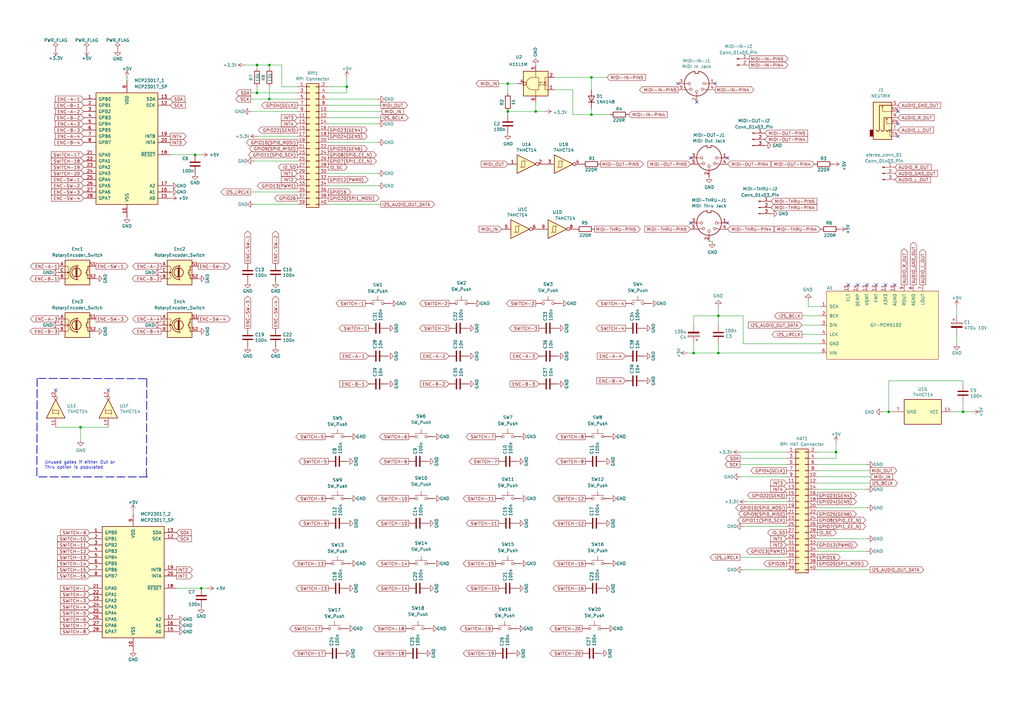
<source format=kicad_sch>
(kicad_sch (version 20231120) (generator "eeschema") (generator_version "8.0")
  (paper "A3")
  (title_block (title "zynthian mini - v2 with 20 buttons") (date "2024-03-24") (rev "2.1") (company "Stojos") (comment 1 "- zynthian all in one") (comment 2 "based on:"))
  (lib_symbols
    (symbol "74xx:74HC14" (pin_names (offset 1.016))
      (property "Reference" "U" (at 0 1.27 0))
      (property "Value" "74HC14" (at 0 -1.27 0))
      (symbol "74HC14_1_0"
        (pin input line (at -7.62 0 0) (length 3.81) (name "~") (number "1"))
        (pin output inverted (at 7.62 0 180) (length 3.81) (name "~") (number "2"))
      )
      (symbol "74HC14_2_0"
        (pin input line (at -7.62 0 0) (length 3.81) (name "~") (number "3"))
        (pin output inverted (at 7.62 0 180) (length 3.81) (name "~") (number "4"))
      )
      (symbol "74HC14_3_0"
        (pin input line (at -7.62 0 0) (length 3.81) (name "~") (number "5"))
        (pin output inverted (at 7.62 0 180) (length 3.81) (name "~") (number "6"))
      )
      (symbol "74HC14_4_0"
        (pin output inverted (at 7.62 0 180) (length 3.81) (name "~") (number "8"))
        (pin input line (at -7.62 0 0) (length 3.81) (name "~") (number "9"))
      )
      (symbol "74HC14_5_0"
        (pin output inverted (at 7.62 0 180) (length 3.81) (name "~") (number "10"))
        (pin input line (at -7.62 0 0) (length 3.81) (name "~") (number "11"))
      )
      (symbol "74HC14_6_0"
        (pin output inverted (at 7.62 0 180) (length 3.81) (name "~") (number "12"))
        (pin input line (at -7.62 0 0) (length 3.81) (name "~") (number "13"))
      )
      (symbol "74HC14_7_0"
        (pin power_in line (at 0 12.7 270) (length 5.08) (name "VCC") (number "14"))
        (pin power_in line (at 0 -12.7 90) (length 5.08) (name "GND") (number "7"))
      )
    )
    (symbol "Connector:Conn_01x02_Pin" (pin_names (offset 1.016) hide)
      (property "Reference" "J" (at 0 2.54 0))
      (property "Value" "Conn_01x02_Pin" (at 0 -5.08 0))
      (symbol "Conn_01x02_Pin_1_1"
        (pin passive line (at 5.08 0 180) (length 3.81) (name "Pin_1") (number "1"))
        (pin passive line (at 5.08 -2.54 180) (length 3.81) (name "Pin_2") (number "2"))
      )
    )
    (symbol "Connector:Conn_01x03_Pin" (pin_names (offset 1.016) hide)
      (property "Reference" "J" (at 0 5.08 0))
      (property "Value" "Conn_01x03_Pin" (at 0 -5.08 0))
      (symbol "Conn_01x03_Pin_1_1"
        (pin passive line (at 5.08 2.54 180) (length 3.81) (name "Pin_1") (number "1"))
        (pin passive line (at 5.08 0 180) (length 3.81) (name "Pin_2") (number "2"))
        (pin passive line (at 5.08 -2.54 180) (length 3.81) (name "Pin_3") (number "3"))
      )
    )
    (symbol "Connector:DIN-5_180degree" (pin_names (offset 1.016))
      (property "Reference" "J" (at 3.175 5.715 0))
      (property "Value" "DIN-5_180degree" (at 0 -6.35 0))
      (symbol "DIN-5_180degree_1_1"
        (pin passive line (at -7.62 0 0) (length 2.54) (name "~") (number "1"))
        (pin passive line (at 0 7.62 270) (length 2.54) (name "~") (number "2"))
        (pin passive line (at 7.62 0 180) (length 2.54) (name "~") (number "3"))
        (pin passive line (at -7.62 2.54 0) (length 2.54) (name "~") (number "4"))
        (pin passive line (at 7.62 2.54 180) (length 2.54) (name "~") (number "5"))
      )
    )
    (symbol "Connector_Audio:NMJ6HFD2"
      (property "Reference" "J" (at 0 11.43 0))
      (property "Value" "NMJ6HFD2" (at 0 8.89 0))
      (symbol "NMJ6HFD2_1_1"
        (pin passive line (at 5.08 0 180) (length 2.54) (name "~") (number "R"))
        (pin passive line (at 5.08 -2.54 180) (length 2.54) (name "~") (number "RN"))
        (pin passive line (at 5.08 5.08 180) (length 2.54) (name "~") (number "S"))
        (pin passive line (at 5.08 2.54 180) (length 2.54) (name "~") (number "SN"))
        (pin passive line (at 5.08 -5.08 180) (length 2.54) (name "~") (number "T"))
        (pin passive line (at 5.08 -7.62 180) (length 2.54) (name "~") (number "TN"))
      )
    )
    (symbol "Connector_Generic:Conn_02x20_Odd_Even" (pin_names (offset 1.016) hide)
      (property "Reference" "J" (at 1.27 25.4 0))
      (property "Value" "Conn_02x20_Odd_Even" (at 1.27 -27.94 0))
      (symbol "Conn_02x20_Odd_Even_1_1"
        (pin passive line (at -5.08 22.86 0) (length 3.81) (name "Pin_1") (number "1"))
        (pin passive line (at 7.62 12.7 180) (length 3.81) (name "Pin_10") (number "10"))
        (pin passive line (at -5.08 10.16 0) (length 3.81) (name "Pin_11") (number "11"))
        (pin passive line (at 7.62 10.16 180) (length 3.81) (name "Pin_12") (number "12"))
        (pin passive line (at -5.08 7.62 0) (length 3.81) (name "Pin_13") (number "13"))
        (pin passive line (at 7.62 7.62 180) (length 3.81) (name "Pin_14") (number "14"))
        (pin passive line (at -5.08 5.08 0) (length 3.81) (name "Pin_15") (number "15"))
        (pin passive line (at 7.62 5.08 180) (length 3.81) (name "Pin_16") (number "16"))
        (pin passive line (at -5.08 2.54 0) (length 3.81) (name "Pin_17") (number "17"))
        (pin passive line (at 7.62 2.54 180) (length 3.81) (name "Pin_18") (number "18"))
        (pin passive line (at -5.08 0 0) (length 3.81) (name "Pin_19") (number "19"))
        (pin passive line (at 7.62 22.86 180) (length 3.81) (name "Pin_2") (number "2"))
        (pin passive line (at 7.62 0 180) (length 3.81) (name "Pin_20") (number "20"))
        (pin passive line (at -5.08 -2.54 0) (length 3.81) (name "Pin_21") (number "21"))
        (pin passive line (at 7.62 -2.54 180) (length 3.81) (name "Pin_22") (number "22"))
        (pin passive line (at -5.08 -5.08 0) (length 3.81) (name "Pin_23") (number "23"))
        (pin passive line (at 7.62 -5.08 180) (length 3.81) (name "Pin_24") (number "24"))
        (pin passive line (at -5.08 -7.62 0) (length 3.81) (name "Pin_25") (number "25"))
        (pin passive line (at 7.62 -7.62 180) (length 3.81) (name "Pin_26") (number "26"))
        (pin passive line (at -5.08 -10.16 0) (length 3.81) (name "Pin_27") (number "27"))
        (pin passive line (at 7.62 -10.16 180) (length 3.81) (name "Pin_28") (number "28"))
        (pin passive line (at -5.08 -12.7 0) (length 3.81) (name "Pin_29") (number "29"))
        (pin passive line (at -5.08 20.32 0) (length 3.81) (name "Pin_3") (number "3"))
        (pin passive line (at 7.62 -12.7 180) (length 3.81) (name "Pin_30") (number "30"))
        (pin passive line (at -5.08 -15.24 0) (length 3.81) (name "Pin_31") (number "31"))
        (pin passive line (at 7.62 -15.24 180) (length 3.81) (name "Pin_32") (number "32"))
        (pin passive line (at -5.08 -17.78 0) (length 3.81) (name "Pin_33") (number "33"))
        (pin passive line (at 7.62 -17.78 180) (length 3.81) (name "Pin_34") (number "34"))
        (pin passive line (at -5.08 -20.32 0) (length 3.81) (name "Pin_35") (number "35"))
        (pin passive line (at 7.62 -20.32 180) (length 3.81) (name "Pin_36") (number "36"))
        (pin passive line (at -5.08 -22.86 0) (length 3.81) (name "Pin_37") (number "37"))
        (pin passive line (at 7.62 -22.86 180) (length 3.81) (name "Pin_38") (number "38"))
        (pin passive line (at -5.08 -25.4 0) (length 3.81) (name "Pin_39") (number "39"))
        (pin passive line (at 7.62 20.32 180) (length 3.81) (name "Pin_4") (number "4"))
        (pin passive line (at 7.62 -25.4 180) (length 3.81) (name "Pin_40") (number "40"))
        (pin passive line (at -5.08 17.78 0) (length 3.81) (name "Pin_5") (number "5"))
        (pin passive line (at 7.62 17.78 180) (length 3.81) (name "Pin_6") (number "6"))
        (pin passive line (at -5.08 15.24 0) (length 3.81) (name "Pin_7") (number "7"))
        (pin passive line (at 7.62 15.24 180) (length 3.81) (name "Pin_8") (number "8"))
        (pin passive line (at -5.08 12.7 0) (length 3.81) (name "Pin_9") (number "9"))
      )
    )
    (symbol "Device:C" (pin_numbers hide) (pin_names (offset 0.254))
      (property "Reference" "C" (at 0.635 2.54 0))
      (property "Value" "C" (at 0.635 -2.54 0))
      (symbol "C_1_1"
        (pin passive line (at 0 3.81 270) (length 2.794) (name "~") (number "1"))
        (pin passive line (at 0 -3.81 90) (length 2.794) (name "~") (number "2"))
      )
    )
    (symbol "Device:C_Polarized" (pin_numbers hide) (pin_names (offset 0.254))
      (property "Reference" "C" (at 0.635 2.54 0))
      (property "Value" "C_Polarized" (at 0.635 -2.54 0))
      (symbol "C_Polarized_1_1"
        (pin passive line (at 0 3.81 270) (length 2.794) (name "~") (number "1"))
        (pin passive line (at 0 -3.81 90) (length 2.794) (name "~") (number "2"))
      )
    )
    (symbol "Device:D" (pin_numbers hide) (pin_names (offset 1.016) hide)
      (property "Reference" "D" (at 0 2.54 0))
      (property "Value" "D" (at 0 -2.54 0))
      (symbol "D_1_1"
        (pin passive line (at -3.81 0 0) (length 2.54) (name "K") (number "1"))
        (pin passive line (at 3.81 0 180) (length 2.54) (name "A") (number "2"))
      )
    )
    (symbol "Device:R" (pin_numbers hide) (pin_names (offset 0))
      (property "Reference" "R" (at 2.032 0 90))
      (property "Value" "R" (at 0 0 90))
      (symbol "R_1_1"
        (pin passive line (at 0 3.81 270) (length 1.27) (name "~") (number "1"))
        (pin passive line (at 0 -3.81 90) (length 1.27) (name "~") (number "2"))
      )
    )
    (symbol "Device:RotaryEncoder_Switch" (pin_names (offset 0.254) hide)
      (property "Reference" "SW" (at 0 6.604 0))
      (property "Value" "RotaryEncoder_Switch" (at 0 -6.604 0))
      (symbol "RotaryEncoder_Switch_1_1"
        (pin passive line (at -7.62 2.54 0) (length 2.54) (name "A") (number "A"))
        (pin passive line (at -7.62 -2.54 0) (length 2.54) (name "B") (number "B"))
        (pin passive line (at -7.62 0 0) (length 2.54) (name "C") (number "C"))
        (pin passive line (at 7.62 2.54 180) (length 2.54) (name "S1") (number "S1"))
        (pin passive line (at 7.62 -2.54 180) (length 2.54) (name "S2") (number "S2"))
      )
    )
    (symbol "Interface_Expansion:MCP23017_SP" (pin_names (offset 1.016))
      (property "Reference" "U" (at -11.43 24.13 0))
      (property "Value" "MCP23017_SP" (at 0 0 0))
      (symbol "MCP23017_SP_1_1"
        (pin bidirectional line (at 17.78 20.32 180) (length 5.08) (name "GPB0") (number "1"))
        (pin power_in line (at 0 -27.94 90) (length 5.08) (name "VSS") (number "10"))
        (pin no_connect line (at -12.7 15.24 0) (length 5.08) hide (name "NC") (number "11"))
        (pin input line (at -17.78 17.78 0) (length 5.08) (name "SCK") (number "12"))
        (pin bidirectional line (at -17.78 20.32 0) (length 5.08) (name "SDA") (number "13"))
        (pin no_connect line (at -12.7 12.7 0) (length 5.08) hide (name "NC") (number "14"))
        (pin input line (at -17.78 -20.32 0) (length 5.08) (name "A0") (number "15"))
        (pin input line (at -17.78 -17.78 0) (length 5.08) (name "A1") (number "16"))
        (pin input line (at -17.78 -15.24 0) (length 5.08) (name "A2") (number "17"))
        (pin input line (at -17.78 -2.54 0) (length 5.08) (name "~{RESET}") (number "18"))
        (pin tri_state line (at -17.78 5.08 0) (length 5.08) (name "INTB") (number "19"))
        (pin bidirectional line (at 17.78 17.78 180) (length 5.08) (name "GPB1") (number "2"))
        (pin tri_state line (at -17.78 2.54 0) (length 5.08) (name "INTA") (number "20"))
        (pin bidirectional line (at 17.78 -2.54 180) (length 5.08) (name "GPA0") (number "21"))
        (pin bidirectional line (at 17.78 -5.08 180) (length 5.08) (name "GPA1") (number "22"))
        (pin bidirectional line (at 17.78 -7.62 180) (length 5.08) (name "GPA2") (number "23"))
        (pin bidirectional line (at 17.78 -10.16 180) (length 5.08) (name "GPA3") (number "24"))
        (pin bidirectional line (at 17.78 -12.7 180) (length 5.08) (name "GPA4") (number "25"))
        (pin bidirectional line (at 17.78 -15.24 180) (length 5.08) (name "GPA5") (number "26"))
        (pin bidirectional line (at 17.78 -17.78 180) (length 5.08) (name "GPA6") (number "27"))
        (pin bidirectional line (at 17.78 -20.32 180) (length 5.08) (name "GPA7") (number "28"))
        (pin bidirectional line (at 17.78 15.24 180) (length 5.08) (name "GPB2") (number "3"))
        (pin bidirectional line (at 17.78 12.7 180) (length 5.08) (name "GPB3") (number "4"))
        (pin bidirectional line (at 17.78 10.16 180) (length 5.08) (name "GPB4") (number "5"))
        (pin bidirectional line (at 17.78 7.62 180) (length 5.08) (name "GPB5") (number "6"))
        (pin bidirectional line (at 17.78 5.08 180) (length 5.08) (name "GPB6") (number "7"))
        (pin bidirectional line (at 17.78 2.54 180) (length 5.08) (name "GPB7") (number "8"))
        (pin power_in line (at 0 27.94 270) (length 5.08) (name "VDD") (number "9"))
      )
    )
    (symbol "Isolator:H11L1" (pin_names (offset 1.016))
      (property "Reference" "U" (at 1.27 8.89 0))
      (property "Value" "H11L1" (at 1.27 6.35 0))
      (symbol "H11L1_1_1"
        (pin passive line (at -7.62 2.54 0) (length 2.54) (name "~") (number "1"))
        (pin passive line (at -7.62 -2.54 0) (length 2.54) (name "~") (number "2"))
        (pin no_connect line (at -5.08 0 0) (length 2.54) hide (name "~") (number "3"))
        (pin output inverted (at 7.62 0 180) (length 3.81) (name "~") (number "4"))
        (pin power_in line (at 0 -7.62 90) (length 2.54) (name "~") (number "5"))
        (pin power_in line (at 0 7.62 270) (length 2.54) (name "~") (number "6"))
      )
    )
    (symbol "Switch:SW_Push" (pin_numbers hide) (pin_names (offset 1.016) hide)
      (property "Reference" "SW" (at 1.27 2.54 0))
      (property "Value" "SW_Push" (at 0 -1.524 0))
      (symbol "SW_Push_0_1"
        (pin passive line (at -5.08 0 0) (length 2.54) (name "1") (number "1"))
        (pin passive line (at 5.08 0 180) (length 2.54) (name "2") (number "2"))
      )
    )
    (symbol "gy-pcm5102:GY-PCM5102" (pin_names (offset 1.016))
      (property "Reference" "A" (at -21.59 15.24 0))
      (property "Value" "GY-PCM5102" (at 3.81 -5.08 0))
      (symbol "GY-PCM5102_1_1"
        (pin input line (at -25.4 7.62 0) (length 2.54) (name "SCK") (number "1"))
        (pin passive line (at 5.08 16.51 270) (length 2.54) (name "AGND") (number "10"))
        (pin power_out line (at 1.27 16.51 270) (length 2.54) (name "A3V3") (number "11"))
        (pin input line (at -2.54 16.51 270) (length 2.54) (name "FMT") (number "12"))
        (pin input line (at -6.35 16.51 270) (length 2.54) (name "XSMT") (number "13"))
        (pin input line (at -10.16 16.51 270) (length 2.54) (name "DEMP") (number "14"))
        (pin input line (at -13.97 16.51 270) (length 2.54) (name "FLT") (number "15"))
        (pin input line (at -25.4 3.81 0) (length 2.54) (name "BCK") (number "2"))
        (pin input line (at -25.4 0 0) (length 2.54) (name "DIN") (number "3"))
        (pin input line (at -25.4 -3.81 0) (length 2.54) (name "LCK") (number "4"))
        (pin power_in line (at -25.4 -7.62 0) (length 2.54) (name "GND") (number "5"))
        (pin power_in line (at -25.4 -11.43 0) (length 2.54) (name "VIN") (number "6"))
        (pin output line (at 16.51 16.51 270) (length 2.54) (name "LOUT") (number "7"))
        (pin passive line (at 12.7 16.51 270) (length 2.54) (name "AGND") (number "8"))
        (pin output line (at 8.89 16.51 270) (length 2.54) (name "ROUT") (number "9"))
      )
    )
    (symbol "power:+3.3V" (power) (pin_numbers hide) (pin_names (offset 0) hide)
      (property "Value" "+3.3V" (at 0 3.556 0))
      (symbol "+3.3V_1_1"
        (pin power_in line (at 0 0 90) (length 0) (name "~") (number "1"))
      )
    )
    (symbol "power:+5V" (power) (pin_numbers hide) (pin_names (offset 0) hide)
      (property "Value" "+5V" (at 0 3.556 0))
      (symbol "+5V_1_1"
        (pin power_in line (at 0 0 90) (length 0) (name "~") (number "1"))
      )
    )
    (symbol "power:GND" (power) (pin_numbers hide) (pin_names (offset 0) hide)
      (property "Value" "GND" (at 0 -3.81 0))
      (symbol "GND_1_1"
        (pin power_in line (at 0 0 270) (length 0) (name "~") (number "1"))
      )
    )
    (symbol "power:PWR_FLAG" (power) (pin_numbers hide) (pin_names (offset 0) hide)
      (property "Value" "PWR_FLAG" (at 0 3.81 0))
      (symbol "PWR_FLAG_0_0"
        (pin power_out line (at 0 0 90) (length 0) (name "~") (number "1"))
      )
    )
  )
  (junction (at 105.41 26.67))
  (junction (at 142.24 35.56))
  (junction (at 82.55 241.3))
  (junction (at 208.28 45.72))
  (junction (at 364.49 168.91))
  (junction (at 219.71 45.72))
  (junction (at 394.97 168.91))
  (junction (at 110.49 26.67))
  (junction (at 294.64 129.54))
  (junction (at 294.64 144.78))
  (junction (at 284.48 144.78))
  (junction (at 110.49 40.64))
  (junction (at 208.28 34.29))
  (junction (at 242.57 46.99))
  (junction (at 105.41 38.1))
  (junction (at 33.02 175.26))
  (junction (at 342.9 185.42))
  (junction (at 242.57 31.75))
  (junction (at 80.01 63.5))
  (no_connect (at 285.75 41.91))
  (no_connect (at 363.22 116.84))
  (no_connect (at 298.45 91.44))
  (no_connect (at 22.86 160.02))
  (no_connect (at 283.21 64.77))
  (no_connect (at 293.37 34.29))
  (no_connect (at 44.45 160.02))
  (no_connect (at 298.45 64.77))
  (no_connect (at 351.79 116.84))
  (no_connect (at 368.3 50.8))
  (no_connect (at 359.41 116.84))
  (no_connect (at 347.98 116.84))
  (no_connect (at 368.3 55.88))
  (no_connect (at 368.3 45.72))
  (no_connect (at 367.03 116.84))
  (no_connect (at 355.6 116.84))
  (no_connect (at 278.13 34.29))
  (no_connect (at 283.21 91.44))
  (wire (pts (xy 219.71 41.91) (xy 219.71 45.72)))
  (wire (pts (xy 294.64 129.54) (xy 294.64 133.35)))
  (wire (pts (xy 208.28 46.99) (xy 208.28 45.72)))
  (wire (pts (xy 335.28 233.68) (xy 356.87 233.68)))
  (wire (pts (xy 331.47 123.19) (xy 331.47 125.73)))
  (wire (pts (xy 284.48 129.54) (xy 284.48 133.35)))
  (wire (pts (xy 115.57 26.67) (xy 115.57 35.56)))
  (wire (pts (xy 82.55 63.5) (xy 80.01 63.5)))
  (wire (pts (xy 394.97 165.1) (xy 394.97 168.91)))
  (wire (pts (xy 392.43 125.73) (xy 392.43 129.54)))
  (wire (pts (xy 104.14 66.04) (xy 121.92 66.04)))
  (wire (pts (xy 134.62 83.82) (xy 156.21 83.82)))
  (wire (pts (xy 303.53 195.58) (xy 322.58 195.58)))
  (wire (pts (xy 294.64 129.54) (xy 304.8 129.54)))
  (wire (pts (xy 328.93 137.16) (xy 336.55 137.16)))
  (wire (pts (xy 248.92 31.75) (xy 242.57 31.75)))
  (wire (pts (xy 331.47 125.73) (xy 336.55 125.73)))
  (wire (pts (xy 234.95 36.83) (xy 234.95 46.99)))
  (wire (pts (xy 294.64 129.54) (xy 294.64 125.73)))
  (wire (pts (xy 105.41 26.67) (xy 105.41 27.94)))
  (wire (pts (xy 102.87 40.64) (xy 110.49 40.64)))
  (wire (pts (xy 115.57 35.56) (xy 121.92 35.56)))
  (polyline (pts (xy 60.198 155.448) (xy 60.0617 195.4862)) (stroke (width 0.3048) (type dash)))
  (wire (pts (xy 134.62 50.8) (xy 154.94 50.8)))
  (wire (pts (xy 110.49 35.56) (xy 110.49 40.64)))
  (wire (pts (xy 121.92 55.88) (xy 105.41 55.88)))
  (wire (pts (xy 134.62 71.12) (xy 154.94 71.12)))
  (wire (pts (xy 102.87 45.72) (xy 121.92 45.72)))
  (wire (pts (xy 335.28 193.04) (xy 356.87 193.04)))
  (wire (pts (xy 52.07 33.02) (xy 52.07 31.75)))
  (wire (pts (xy 69.85 63.5) (xy 80.01 63.5)))
  (wire (pts (xy 134.62 58.42) (xy 154.94 58.42)))
  (wire (pts (xy 304.8 140.97) (xy 304.8 129.54)))
  (wire (pts (xy 105.41 26.67) (xy 100.33 26.67)))
  (wire (pts (xy 335.28 226.06) (xy 355.6 226.06)))
  (wire (pts (xy 336.55 133.35) (xy 328.93 133.35)))
  (wire (pts (xy 304.8 233.68) (xy 322.58 233.68)))
  (wire (pts (xy 85.09 241.3) (xy 82.55 241.3)))
  (wire (pts (xy 33.02 175.26) (xy 33.02 180.34)))
  (wire (pts (xy 208.28 45.72) (xy 219.71 45.72)))
  (wire (pts (xy 102.87 38.1) (xy 105.41 38.1)))
  (wire (pts (xy 304.8 215.9) (xy 322.58 215.9)))
  (wire (pts (xy 110.49 40.64) (xy 121.92 40.64)))
  (wire (pts (xy 284.48 129.54) (xy 294.64 129.54)))
  (wire (pts (xy 356.87 195.58) (xy 335.28 195.58)))
  (wire (pts (xy 115.57 26.67) (xy 110.49 26.67)))
  (wire (pts (xy 234.95 46.99) (xy 242.57 46.99)))
  (wire (pts (xy 335.28 187.96) (xy 342.9 187.96)))
  (wire (pts (xy 335.28 208.28) (xy 355.6 208.28)))
  (wire (pts (xy 104.14 83.82) (xy 121.92 83.82)))
  (wire (pts (xy 284.48 144.78) (xy 281.94 144.78)))
  (wire (pts (xy 227.33 31.75) (xy 242.57 31.75)))
  (wire (pts (xy 142.24 35.56) (xy 142.24 38.1)))
  (wire (pts (xy 303.53 187.96) (xy 322.58 187.96)))
  (wire (pts (xy 208.28 34.29) (xy 212.09 34.29)))
  (polyline (pts (xy 60.452 195.58) (xy 15.113 195.58)) (stroke (width 0.3048) (type dash)))
  (wire (pts (xy 361.95 168.91) (xy 364.49 168.91)))
  (wire (pts (xy 227.33 36.83) (xy 234.95 36.83)))
  (wire (pts (xy 110.49 26.67) (xy 110.49 27.94)))
  (wire (pts (xy 391.16 168.91) (xy 394.97 168.91)))
  (wire (pts (xy 335.28 220.98) (xy 355.6 220.98)))
  (polyline (pts (xy 59.9973 155.3266) (xy 15.875 155.194)) (stroke (width 0.3048) (type dash)))
  (wire (pts (xy 284.48 140.97) (xy 284.48 144.78)))
  (wire (pts (xy 134.62 35.56) (xy 142.24 35.56)))
  (wire (pts (xy 294.64 144.78) (xy 336.55 144.78)))
  (wire (pts (xy 33.02 175.26) (xy 44.45 175.26)))
  (wire (pts (xy 303.53 185.42) (xy 322.58 185.42)))
  (wire (pts (xy 208.28 34.29) (xy 208.28 38.1)))
  (wire (pts (xy 22.86 175.26) (xy 33.02 175.26)))
  (wire (pts (xy 335.28 185.42) (xy 342.9 185.42)))
  (wire (pts (xy 110.49 26.67) (xy 105.41 26.67)))
  (wire (pts (xy 392.43 137.16) (xy 392.43 140.97)))
  (wire (pts (xy 303.53 190.5) (xy 322.58 190.5)))
  (wire (pts (xy 342.9 185.42) (xy 342.9 187.96)))
  (wire (pts (xy 284.48 144.78) (xy 294.64 144.78)))
  (wire (pts (xy 156.21 45.72) (xy 134.62 45.72)))
  (wire (pts (xy 398.78 168.91) (xy 394.97 168.91)))
  (wire (pts (xy 105.41 38.1) (xy 121.92 38.1)))
  (wire (pts (xy 364.49 168.91) (xy 365.76 168.91)))
  (wire (pts (xy 219.71 45.72) (xy 223.52 45.72)))
  (polyline (pts (xy 15.24 155.194) (xy 15.1037 195.2322)) (stroke (width 0.3048) (type dash)))
  (wire (pts (xy 242.57 31.75) (xy 242.57 36.83)))
  (wire (pts (xy 242.57 46.99) (xy 250.19 46.99)))
  (wire (pts (xy 134.62 40.64) (xy 154.94 40.64)))
  (wire (pts (xy 364.49 156.21) (xy 394.97 156.21)))
  (wire (pts (xy 242.57 44.45) (xy 242.57 46.99)))
  (wire (pts (xy 364.49 156.21) (xy 364.49 168.91)))
  (wire (pts (xy 394.97 156.21) (xy 394.97 157.48)))
  (wire (pts (xy 105.41 35.56) (xy 105.41 38.1)))
  (wire (pts (xy 294.64 140.97) (xy 294.64 144.78)))
  (wire (pts (xy 134.62 76.2) (xy 154.94 76.2)))
  (wire (pts (xy 335.28 190.5) (xy 355.6 190.5)))
  (wire (pts (xy 303.53 228.6) (xy 322.58 228.6)))
  (wire (pts (xy 134.62 38.1) (xy 142.24 38.1)))
  (wire (pts (xy 204.47 34.29) (xy 208.28 34.29)))
  (wire (pts (xy 335.28 200.66) (xy 355.6 200.66)))
  (wire (pts (xy 322.58 205.74) (xy 306.07 205.74)))
  (wire (pts (xy 134.62 43.18) (xy 156.21 43.18)))
  (wire (pts (xy 328.93 129.54) (xy 336.55 129.54)))
  (wire (pts (xy 54.61 210.82) (xy 54.61 209.55)))
  (wire (pts (xy 335.28 198.12) (xy 356.87 198.12)))
  (wire (pts (xy 102.87 78.74) (xy 121.92 78.74)))
  (wire (pts (xy 72.39 241.3) (xy 82.55 241.3)))
  (wire (pts (xy 336.55 140.97) (xy 304.8 140.97)))
  (wire (pts (xy 290.83 99.06) (xy 292.1 99.06)))
  (wire (pts (xy 134.62 48.26) (xy 156.21 48.26)))
  (wire (pts (xy 342.9 181.61) (xy 342.9 185.42)))
  (wire (pts (xy 142.24 31.75) (xy 142.24 35.56)))
  (text "Unused gates if either Out or\nThru option is populated\n" (at 18.288 192.532 0) (effects (font (size 1.27 1.27)) (justify left bottom)))
  (global_label "ENC-B-2" (shape output) (at 66.04 114.3 180) (property "Intersheetrefs" "${INTERSHEET_REFS}" (effects (hide yes))))
  (global_label "ENC-SW-1" (shape output) (at 39.37 109.22 0) (property "Intersheetrefs" "${INTERSHEET_REFS}" (effects (hide yes))))
  (global_label "SWITCH-14" (shape output) (at 167.64 231.14 180) (property "Intersheetrefs" "${INTERSHEET_REFS}" (effects (hide yes))))
  (global_label "MIDI-THRU-PIN4" (shape input) (at 316.23 85.09 0) (property "Intersheetrefs" "${INTERSHEET_REFS}" (effects (hide yes))))
  (global_label "INT3" (shape input) (at 322.58 198.12 180) (property "Intersheetrefs" "${INTERSHEET_REFS}" (effects (hide yes))))
  (global_label "ENC-SW-1" (shape output) (at 101.6 107.95 90) (property "Intersheetrefs" "${INTERSHEET_REFS}" (effects (hide yes))))
  (global_label "MIDI-IN-PIN5" (shape input) (at 248.92 31.75 0) (property "Intersheetrefs" "${INTERSHEET_REFS}" (effects (hide yes))))
  (global_label "MIDI-IN-PIN4" (shape output) (at 293.37 36.83 0) (property "Intersheetrefs" "${INTERSHEET_REFS}" (effects (hide yes))))
  (global_label "I2S_BCLK" (shape output) (at 156.21 48.26 0) (property "Intersheetrefs" "${INTERSHEET_REFS}" (effects (hide yes))))
  (global_label "GPIO16" (shape output) (at 335.28 228.6 0) (property "Intersheetrefs" "${INTERSHEET_REFS}" (effects (hide yes))))
  (global_label "ENC-SW-4" (shape output) (at 113.03 134.62 90) (property "Intersheetrefs" "${INTERSHEET_REFS}" (effects (hide yes))))
  (global_label "SWITCH-16" (shape output) (at 240.03 241.3 180) (property "Intersheetrefs" "${INTERSHEET_REFS}" (effects (hide yes))))
  (global_label "GPIO4(GCLK)" (shape output) (at 322.58 193.04 180) (property "Intersheetrefs" "${INTERSHEET_REFS}" (effects (hide yes))))
  (global_label "INT2" (shape output) (at 72.39 233.68 0) (property "Intersheetrefs" "${INTERSHEET_REFS}" (effects (hide yes))))
  (global_label "MIDI_OUT" (shape input) (at 208.28 67.31 180) (property "Intersheetrefs" "${INTERSHEET_REFS}" (effects (hide yes))))
  (global_label "SWITCH-3" (shape output) (at 220.98 134.62 180) (property "Intersheetrefs" "${INTERSHEET_REFS}" (effects (hide yes))))
  (global_label "ENC-SW-2" (shape output) (at 113.03 107.95 90) (property "Intersheetrefs" "${INTERSHEET_REFS}" (effects (hide yes))))
  (global_label "SWITCH-11" (shape output) (at 204.47 214.63 180) (property "Intersheetrefs" "${INTERSHEET_REFS}" (effects (hide yes))))
  (global_label "MIDI_IN" (shape input) (at 156.21 45.72 0) (property "Intersheetrefs" "${INTERSHEET_REFS}" (effects (hide yes))))
  (global_label "I2S_BCLK" (shape output) (at 328.93 129.54 180) (property "Intersheetrefs" "${INTERSHEET_REFS}" (effects (hide yes))))
  (global_label "I2S_LRCLK" (shape output) (at 328.93 137.16 180) (property "Intersheetrefs" "${INTERSHEET_REFS}" (effects (hide yes))))
  (global_label "GPIO23(GEN4)" (shape output) (at 335.28 203.2 0) (property "Intersheetrefs" "${INTERSHEET_REFS}" (effects (hide yes))))
  (global_label "SWITCH-5" (shape output) (at 134.62 189.23 180) (property "Intersheetrefs" "${INTERSHEET_REFS}" (effects (hide yes))))
  (global_label "GPIO24(GEN5)" (shape output) (at 134.62 55.88 0) (property "Intersheetrefs" "${INTERSHEET_REFS}" (effects (hide yes))))
  (global_label "SWITCH-18" (shape output) (at 166.37 257.81 180) (property "Intersheetrefs" "${INTERSHEET_REFS}" (effects (hide yes))))
  (global_label "GPIO11(SPI0_SCK)" (shape output) (at 322.58 213.36 180) (property "Intersheetrefs" "${INTERSHEET_REFS}" (effects (hide yes))))
  (global_label "MIDI-IN-PIN5" (shape output) (at 307.34 24.13 0) (property "Intersheetrefs" "${INTERSHEET_REFS}" (effects (hide yes))))
  (global_label "ENC-A-4" (shape output) (at 66.04 130.81 180) (property "Intersheetrefs" "${INTERSHEET_REFS}" (effects (hide yes))))
  (global_label "SWITCH-12" (shape output) (at 240.03 204.47 180) (property "Intersheetrefs" "${INTERSHEET_REFS}" (effects (hide yes))))
  (global_label "AUDIO_R_OUT" (shape input) (at 367.03 68.58 0) (property "Intersheetrefs" "${INTERSHEET_REFS}" (effects (hide yes))))
  (global_label "ENC-A-4" (shape input) (at 34.29 55.88 180) (property "Intersheetrefs" "${INTERSHEET_REFS}" (effects (hide yes))))
  (global_label "AUDIO_L_OUT" (shape output) (at 378.46 116.84 90) (property "Intersheetrefs" "${INTERSHEET_REFS}" (effects (hide yes))))
  (global_label "SWITCH-14" (shape input) (at 36.83 231.14 180) (property "Intersheetrefs" "${INTERSHEET_REFS}" (effects (hide yes))))
  (global_label "MIDI_IN" (shape output) (at 204.47 34.29 180) (property "Intersheetrefs" "${INTERSHEET_REFS}" (effects (hide yes))))
  (global_label "SWITCH-13" (shape output) (at 134.62 241.3 180) (property "Intersheetrefs" "${INTERSHEET_REFS}" (effects (hide yes))))
  (global_label "SCK" (shape output) (at 303.53 190.5 180) (property "Intersheetrefs" "${INTERSHEET_REFS}" (effects (hide yes))))
  (global_label "SDA" (shape output) (at 102.87 38.1 180) (property "Intersheetrefs" "${INTERSHEET_REFS}" (effects (hide yes))))
  (global_label "SWITCH-11" (shape output) (at 203.2 204.47 180) (property "Intersheetrefs" "${INTERSHEET_REFS}" (effects (hide yes))))
  (global_label "GPIO23(GEN4)" (shape output) (at 134.62 53.34 0) (property "Intersheetrefs" "${INTERSHEET_REFS}" (effects (hide yes))))
  (global_label "MIDI_IN" (shape input) (at 205.74 93.98 180) (property "Intersheetrefs" "${INTERSHEET_REFS}" (effects (hide yes))))
  (global_label "SWITCH-7" (shape output) (at 204.47 189.23 180) (property "Intersheetrefs" "${INTERSHEET_REFS}" (effects (hide yes))))
  (global_label "MIDI-OUT-PIN4" (shape input) (at 334.01 67.31 180) (property "Intersheetrefs" "${INTERSHEET_REFS}" (effects (hide yes))))
  (global_label "MIDI-OUT-PIN5" (shape output) (at 246.38 67.31 0) (property "Intersheetrefs" "${INTERSHEET_REFS}" (effects (hide yes))))
  (global_label "GPIO10(SPI0_MOSI)" (shape output) (at 121.92 58.42 180) (property "Intersheetrefs" "${INTERSHEET_REFS}" (effects (hide yes))))
  (global_label "ID_SD" (shape output) (at 121.92 68.58 180) (property "Intersheetrefs" "${INTERSHEET_REFS}" (effects (hide yes))))
  (global_label "GPIO7(SPI1_CE_N)" (shape output) (at 335.28 215.9 0) (property "Intersheetrefs" "${INTERSHEET_REFS}" (effects (hide yes))))
  (global_label "SWITCH-9" (shape output) (at 134.62 214.63 180) (property "Intersheetrefs" "${INTERSHEET_REFS}" (effects (hide yes))))
  (global_label "SWITCH-14" (shape output) (at 167.64 241.3 180) (property "Intersheetrefs" "${INTERSHEET_REFS}" (effects (hide yes))))
  (global_label "SCK" (shape input) (at 72.39 220.98 0) (property "Intersheetrefs" "${INTERSHEET_REFS}" (effects (hide yes))))
  (global_label "SWITCH-10" (shape output) (at 167.64 204.47 180) (property "Intersheetrefs" "${INTERSHEET_REFS}" (effects (hide yes))))
  (global_label "SWITCH-4" (shape output) (at 256.54 124.46 180) (property "Intersheetrefs" "${INTERSHEET_REFS}" (effects (hide yes))))
  (global_label "SWITCH-19" (shape output) (at 201.93 257.81 180) (property "Intersheetrefs" "${INTERSHEET_REFS}" (effects (hide yes))))
  (global_label "ID_SC" (shape output) (at 134.62 68.58 0) (property "Intersheetrefs" "${INTERSHEET_REFS}" (effects (hide yes))))
  (global_label "SWITCH-5" (shape input) (at 36.83 251.46 180) (property "Intersheetrefs" "${INTERSHEET_REFS}" (effects (hide yes))))
  (global_label "ENC-B-4" (shape input) (at 256.54 156.21 180) (property "Intersheetrefs" "${INTERSHEET_REFS}" (effects (hide yes))))
  (global_label "SWITCH-13" (shape input) (at 36.83 228.6 180) (property "Intersheetrefs" "${INTERSHEET_REFS}" (effects (hide yes))))
  (global_label "SWITCH-8" (shape output) (at 240.03 189.23 180) (property "Intersheetrefs" "${INTERSHEET_REFS}" (effects (hide yes))))
  (global_label "SWITCH-8" (shape input) (at 36.83 259.08 180) (property "Intersheetrefs" "${INTERSHEET_REFS}" (effects (hide yes))))
  (global_label "GPIO9(SPI0_MISO)" (shape output) (at 322.58 210.82 180) (property "Intersheetrefs" "${INTERSHEET_REFS}" (effects (hide yes))))
  (global_label "SWITCH-17" (shape input) (at 34.29 63.5 180) (property "Intersheetrefs" "${INTERSHEET_REFS}" (effects (hide yes))))
  (global_label "ENC-SW-2" (shape input) (at 34.29 76.2 180) (property "Intersheetrefs" "${INTERSHEET_REFS}" (effects (hide yes))))
  (global_label "GPIO24(GEN5)" (shape output) (at 335.28 205.74 0) (property "Intersheetrefs" "${INTERSHEET_REFS}" (effects (hide yes))))
  (global_label "ENC-B-2" (shape input) (at 184.15 157.48 180) (property "Intersheetrefs" "${INTERSHEET_REFS}" (effects (hide yes))))
  (global_label "I2S_BCLK" (shape output) (at 356.87 198.12 0) (property "Intersheetrefs" "${INTERSHEET_REFS}" (effects (hide yes))))
  (global_label "MIDI-THRU-PIN5" (shape output) (at 243.84 93.98 0) (property "Intersheetrefs" "${INTERSHEET_REFS}" (effects (hide yes))))
  (global_label "SWITCH-6" (shape output) (at 167.64 179.07 180) (property "Intersheetrefs" "${INTERSHEET_REFS}" (effects (hide yes))))
  (global_label "AUDIO_GND_OUT" (shape input) (at 367.03 71.12 0) (property "Intersheetrefs" "${INTERSHEET_REFS}" (effects (hide yes))))
  (global_label "SWITCH-2" (shape output) (at 184.15 124.46 180) (property "Intersheetrefs" "${INTERSHEET_REFS}" (effects (hide yes))))
  (global_label "ENC-SW-1" (shape input) (at 34.29 73.66 180) (property "Intersheetrefs" "${INTERSHEET_REFS}" (effects (hide yes))))
  (global_label "GPIO12(PWM0)" (shape output) (at 134.62 73.66 0) (property "Intersheetrefs" "${INTERSHEET_REFS}" (effects (hide yes))))
  (global_label "GPIO7(SPI1_CE_N)" (shape output) (at 134.62 66.04 0) (property "Intersheetrefs" "${INTERSHEET_REFS}" (effects (hide yes))))
  (global_label "GPIO26" (shape output) (at 121.92 81.28 180) (property "Intersheetrefs" "${INTERSHEET_REFS}" (effects (hide yes))))
  (global_label "SWITCH-7" (shape output) (at 203.2 179.07 180) (property "Intersheetrefs" "${INTERSHEET_REFS}" (effects (hide yes))))
  (global_label "INT1" (shape input) (at 121.92 71.12 180) (property "Intersheetrefs" "${INTERSHEET_REFS}" (effects (hide yes))))
  (global_label "ENC-B-2" (shape input) (at 34.29 48.26 180) (property "Intersheetrefs" "${INTERSHEET_REFS}" (effects (hide yes))))
  (global_label "GPIO4(GCLK)" (shape output) (at 121.92 43.18 180) (property "Intersheetrefs" "${INTERSHEET_REFS}" (effects (hide yes))))
  (global_label "SWITCH-6" (shape output) (at 167.64 189.23 180) (property "Intersheetrefs" "${INTERSHEET_REFS}" (effects (hide yes))))
  (global_label "SWITCH-15" (shape input) (at 36.83 233.68 180) (property "Intersheetrefs" "${INTERSHEET_REFS}" (effects (hide yes))))
  (global_label "ENC-A-3" (shape output) (at 24.13 130.81 180) (property "Intersheetrefs" "${INTERSHEET_REFS}" (effects (hide yes))))
  (global_label "SWITCH-1" (shape output) (at 151.13 134.62 180) (property "Intersheetrefs" "${INTERSHEET_REFS}" (effects (hide yes))))
  (global_label "MIDI-OUT-PIN5" (shape input) (at 283.21 67.31 180) (property "Intersheetrefs" "${INTERSHEET_REFS}" (effects (hide yes))))
  (global_label "MIDI-OUT-PIN5" (shape input) (at 313.69 54.61 0) (property "Intersheetrefs" "${INTERSHEET_REFS}" (effects (hide yes))))
  (global_label "SCK" (shape output) (at 102.87 40.64 180) (property "Intersheetrefs" "${INTERSHEET_REFS}" (effects (hide yes))))
  (global_label "ID_SD" (shape output) (at 322.58 218.44 180) (property "Intersheetrefs" "${INTERSHEET_REFS}" (effects (hide yes))))
  (global_label "ENC-B-3" (shape output) (at 24.13 135.89 180) (property "Intersheetrefs" "${INTERSHEET_REFS}" (effects (hide yes))))
  (global_label "GPIO25(GEN6)" (shape output) (at 134.62 60.96 0) (property "Intersheetrefs" "${INTERSHEET_REFS}" (effects (hide yes))))
  (global_label "AUDIO_GND_OUT" (shape input) (at 368.3 43.18 0) (property "Intersheetrefs" "${INTERSHEET_REFS}" (effects (hide yes))))
  (global_label "MIDI-IN-PIN5" (shape output) (at 278.13 36.83 180) (property "Intersheetrefs" "${INTERSHEET_REFS}" (effects (hide yes))))
  (global_label "MIDI-OUT-PIN4" (shape input) (at 313.69 57.15 0) (property "Intersheetrefs" "${INTERSHEET_REFS}" (effects (hide yes))))
  (global_label "ENC-A-1" (shape input) (at 34.29 40.64 180) (property "Intersheetrefs" "${INTERSHEET_REFS}" (effects (hide yes))))
  (global_label "INT2" (shape input) (at 121.92 73.66 180) (property "Intersheetrefs" "${INTERSHEET_REFS}" (effects (hide yes))))
  (global_label "I2S_AUDIO_OUT_DATA" (shape input) (at 328.93 133.35 180) (property "Intersheetrefs" "${INTERSHEET_REFS}" (effects (hide yes))))
  (global_label "SWITCH-20" (shape output) (at 238.76 267.97 180) (property "Intersheetrefs" "${INTERSHEET_REFS}" (effects (hide yes))))
  (global_label "SWITCH-16" (shape output) (at 240.03 231.14 180) (property "Intersheetrefs" "${INTERSHEET_REFS}" (effects (hide yes))))
  (global_label "SWITCH-1" (shape output) (at 149.86 124.46 180) (property "Intersheetrefs" "${INTERSHEET_REFS}" (effects (hide yes))))
  (global_label "SWITCH-2" (shape input) (at 36.83 243.84 180) (property "Intersheetrefs" "${INTERSHEET_REFS}" (effects (hide yes))))
  (global_label "ENC-B-3" (shape input) (at 220.98 157.48 180) (property "Intersheetrefs" "${INTERSHEET_REFS}" (effects (hide yes))))
  (global_label "SWITCH-12" (shape input) (at 36.83 226.06 180) (property "Intersheetrefs" "${INTERSHEET_REFS}" (effects (hide yes))))
  (global_label "SWITCH-10" (shape output) (at 167.64 214.63 180) (property "Intersheetrefs" "${INTERSHEET_REFS}" (effects (hide yes))))
  (global_label "MIDI_IN" (shape input) (at 356.87 195.58 0) (property "Intersheetrefs" "${INTERSHEET_REFS}" (effects (hide yes))))
  (global_label "INT1" (shape input) (at 322.58 220.98 180) (property "Intersheetrefs" "${INTERSHEET_REFS}" (effects (hide yes))))
  (global_label "SWITCH-10" (shape input) (at 36.83 220.98 180) (property "Intersheetrefs" "${INTERSHEET_REFS}" (effects (hide yes))))
  (global_label "MIDI-THRU-PIN4" (shape input) (at 298.45 93.98 0) (property "Intersheetrefs" "${INTERSHEET_REFS}" (effects (hide yes))))
  (global_label "GPIO9(SPI0_MISO)" (shape output) (at 121.92 60.96 180) (property "Intersheetrefs" "${INTERSHEET_REFS}" (effects (hide yes))))
  (global_label "INT2" (shape input) (at 322.58 223.52 180) (property "Intersheetrefs" "${INTERSHEET_REFS}" (effects (hide yes))))
  (global_label "SDA" (shape output) (at 303.53 187.96 180) (property "Intersheetrefs" "${INTERSHEET_REFS}" (effects (hide yes))))
  (global_label "SWITCH-12" (shape output) (at 240.03 214.63 180) (property "Intersheetrefs" "${INTERSHEET_REFS}" (effects (hide yes))))
  (global_label "SWITCH-4" (shape output) (at 256.54 134.62 180) (property "Intersheetrefs" "${INTERSHEET_REFS}" (effects (hide yes))))
  (global_label "SWITCH-6" (shape input) (at 36.83 254 180) (property "Intersheetrefs" "${INTERSHEET_REFS}" (effects (hide yes))))
  (global_label "SWITCH-16" (shape input) (at 36.83 236.22 180) (property "Intersheetrefs" "${INTERSHEET_REFS}" (effects (hide yes))))
  (global_label "ENC-B-3" (shape input) (at 34.29 53.34 180) (property "Intersheetrefs" "${INTERSHEET_REFS}" (effects (hide yes))))
  (global_label "SWITCH-3" (shape input) (at 36.83 246.38 180) (property "Intersheetrefs" "${INTERSHEET_REFS}" (effects (hide yes))))
  (global_label "SWITCH-18" (shape output) (at 166.37 267.97 180) (property "Intersheetrefs" "${INTERSHEET_REFS}" (effects (hide yes))))
  (global_label "GPIO8(SPI0_CE_N)" (shape output) (at 134.62 63.5 0) (property "Intersheetrefs" "${INTERSHEET_REFS}" (effects (hide yes))))
  (global_label "SCK" (shape input) (at 69.85 43.18 0) (property "Intersheetrefs" "${INTERSHEET_REFS}" (effects (hide yes))))
  (global_label "SWITCH-9" (shape output) (at 133.35 204.47 180) (property "Intersheetrefs" "${INTERSHEET_REFS}" (effects (hide yes))))
  (global_label "ENC-SW-4" (shape input) (at 34.29 81.28 180) (property "Intersheetrefs" "${INTERSHEET_REFS}" (effects (hide yes))))
  (global_label "GPIO22(GEN3)" (shape output) (at 121.92 53.34 180) (property "Intersheetrefs" "${INTERSHEET_REFS}" (effects (hide yes))))
  (global_label "I2S_AUDIO_OUT_DATA" (shape output) (at 356.87 233.68 0) (property "Intersheetrefs" "${INTERSHEET_REFS}" (effects (hide yes))))
  (global_label "AUDIO_GND_OUT" (shape output) (at 374.65 116.84 90) (property "Intersheetrefs" "${INTERSHEET_REFS}" (effects (hide yes))))
  (global_label "GPIO13(PWM1)" (shape output) (at 322.58 226.06 180) (property "Intersheetrefs" "${INTERSHEET_REFS}" (effects (hide yes))))
  (global_label "AUDIO_R_OUT" (shape input) (at 368.3 48.26 0) (property "Intersheetrefs" "${INTERSHEET_REFS}" (effects (hide yes))))
  (global_label "INT3" (shape input) (at 121.92 48.26 180) (property "Intersheetrefs" "${INTERSHEET_REFS}" (effects (hide yes))))
  (global_label "I2S_AUDIO_OUT_DATA" (shape output) (at 156.21 83.82 0) (property "Intersheetrefs" "${INTERSHEET_REFS}" (effects (hide yes))))
  (global_label "INT4" (shape input) (at 322.58 200.66 180) (property "Intersheetrefs" "${INTERSHEET_REFS}" (effects (hide yes))))
  (global_label "ENC-A-4" (shape input) (at 256.54 146.05 180) (property "Intersheetrefs" "${INTERSHEET_REFS}" (effects (hide yes))))
  (global_label "SWITCH-3" (shape output) (at 219.71 124.46 180) (property "Intersheetrefs" "${INTERSHEET_REFS}" (effects (hide yes))))
  (global_label "GPIO11(SPI0_SCK)" (shape output) (at 121.92 63.5 180) (property "Intersheetrefs" "${INTERSHEET_REFS}" (effects (hide yes))))
  (global_label "ENC-A-2" (shape input) (at 184.15 146.05 180) (property "Intersheetrefs" "${INTERSHEET_REFS}" (effects (hide yes))))
  (global_label "SWITCH-19" (shape output) (at 203.2 267.97 180) (property "Intersheetrefs" "${INTERSHEET_REFS}" (effects (hide yes))))
  (global_label "SWITCH-15" (shape output) (at 204.47 241.3 180) (property "Intersheetrefs" "${INTERSHEET_REFS}" (effects (hide yes))))
  (global_label "ENC-A-2" (shape output) (at 66.04 109.22 180) (property "Intersheetrefs" "${INTERSHEET_REFS}" (effects (hide yes))))
  (global_label "INT4" (shape input) (at 121.92 50.8 180) (property "Intersheetrefs" "${INTERSHEET_REFS}" (effects (hide yes))))
  (global_label "SWITCH-1" (shape input) (at 36.83 241.3 180) (property "Intersheetrefs" "${INTERSHEET_REFS}" (effects (hide yes))))
  (global_label "SWITCH-4" (shape input) (at 36.83 248.92 180) (property "Intersheetrefs" "${INTERSHEET_REFS}" (effects (hide yes))))
  (global_label "GPIO12(PWM0)" (shape output) (at 335.28 223.52 0) (property "Intersheetrefs" "${INTERSHEET_REFS}" (effects (hide yes))))
  (global_label "SWITCH-19" (shape input) (at 34.29 68.58 180) (property "Intersheetrefs" "${INTERSHEET_REFS}" (effects (hide yes))))
  (global_label "ENC-A-3" (shape input) (at 220.98 146.05 180) (property "Intersheetrefs" "${INTERSHEET_REFS}" (effects (hide yes))))
  (global_label "MIDI_OUT" (shape output) (at 156.21 43.18 0) (property "Intersheetrefs" "${INTERSHEET_REFS}" (effects (hide yes))))
  (global_label "MIDI-OUT-PIN4" (shape input) (at 298.45 67.31 0) (property "Intersheetrefs" "${INTERSHEET_REFS}" (effects (hide yes))))
  (global_label "SWITCH-13" (shape output) (at 133.35 231.14 180) (property "Intersheetrefs" "${INTERSHEET_REFS}" (effects (hide yes))))
  (global_label "MIDI-IN-PIN4" (shape input) (at 257.81 46.99 0) (property "Intersheetrefs" "${INTERSHEET_REFS}" (effects (hide yes))))
  (global_label "SWITCH-5" (shape output) (at 133.35 179.07 180) (property "Intersheetrefs" "${INTERSHEET_REFS}" (effects (hide yes))))
  (global_label "ENC-A-1" (shape input) (at 151.13 146.05 180) (property "Intersheetrefs" "${INTERSHEET_REFS}" (effects (hide yes))))
  (global_label "GPIO10(SPI0_MOSI)" (shape output) (at 322.58 208.28 180) (property "Intersheetrefs" "${INTERSHEET_REFS}" (effects (hide yes))))
  (global_label "ID_SC" (shape output) (at 335.28 218.44 0) (property "Intersheetrefs" "${INTERSHEET_REFS}" (effects (hide yes))))
  (global_label "SWITCH-20" (shape output) (at 238.76 257.81 180) (property "Intersheetrefs" "${INTERSHEET_REFS}" (effects (hide yes))))
  (global_label "AUDIO_L_OUT" (shape input) (at 367.03 73.66 0) (property "Intersheetrefs" "${INTERSHEET_REFS}" (effects (hide yes))))
  (global_label "SDA" (shape input) (at 72.39 218.44 0) (property "Intersheetrefs" "${INTERSHEET_REFS}" (effects (hide yes))))
  (global_label "ENC-SW-4" (shape output) (at 81.28 130.81 0) (property "Intersheetrefs" "${INTERSHEET_REFS}" (effects (hide yes))))
  (global_label "ENC-SW-3" (shape output) (at 39.37 130.81 0) (property "Intersheetrefs" "${INTERSHEET_REFS}" (effects (hide yes))))
  (global_label "ENC-B-1" (shape input) (at 34.29 43.18 180) (property "Intersheetrefs" "${INTERSHEET_REFS}" (effects (hide yes))))
  (global_label "SWITCH-17" (shape output) (at 133.35 267.97 180) (property "Intersheetrefs" "${INTERSHEET_REFS}" (effects (hide yes))))
  (global_label "MIDI-IN-PIN4" (shape output) (at 307.34 26.67 0) (property "Intersheetrefs" "${INTERSHEET_REFS}" (effects (hide yes))))
  (global_label "SWITCH-8" (shape output) (at 240.03 179.07 180) (property "Intersheetrefs" "${INTERSHEET_REFS}" (effects (hide yes))))
  (global_label "ENC-SW-3" (shape input) (at 34.29 78.74 180) (property "Intersheetrefs" "${INTERSHEET_REFS}" (effects (hide yes))))
  (global_label "GPIO25(GEN6)" (shape output) (at 335.28 210.82 0) (property "Intersheetrefs" "${INTERSHEET_REFS}" (effects (hide yes))))
  (global_label "INT1" (shape output) (at 72.39 236.22 0) (property "Intersheetrefs" "${INTERSHEET_REFS}" (effects (hide yes))))
  (global_label "ENC-A-3" (shape input) (at 34.29 50.8 180) (property "Intersheetrefs" "${INTERSHEET_REFS}" (effects (hide yes))))
  (global_label "GPIO16" (shape output) (at 134.62 78.74 0) (property "Intersheetrefs" "${INTERSHEET_REFS}" (effects (hide yes))))
  (global_label "ENC-B-1" (shape input) (at 151.13 157.48 180) (property "Intersheetrefs" "${INTERSHEET_REFS}" (effects (hide yes))))
  (global_label "GPIO8(SPI0_CE_N)" (shape output) (at 335.28 213.36 0) (property "Intersheetrefs" "${INTERSHEET_REFS}" (effects (hide yes))))
  (global_label "ENC-A-2" (shape input) (at 34.29 45.72 180) (property "Intersheetrefs" "${INTERSHEET_REFS}" (effects (hide yes))))
  (global_label "SWITCH-17" (shape output) (at 132.08 257.81 180) (property "Intersheetrefs" "${INTERSHEET_REFS}" (effects (hide yes))))
  (global_label "ENC-B-4" (shape output) (at 66.04 135.89 180) (property "Intersheetrefs" "${INTERSHEET_REFS}" (effects (hide yes))))
  (global_label "ENC-B-1" (shape output) (at 24.13 114.3 180) (property "Intersheetrefs" "${INTERSHEET_REFS}" (effects (hide yes))))
  (global_label "MIDI_OUT" (shape output) (at 356.87 193.04 0) (property "Intersheetrefs" "${INTERSHEET_REFS}" (effects (hide yes))))
  (global_label "SWITCH-9" (shape input) (at 36.83 218.44 180) (property "Intersheetrefs" "${INTERSHEET_REFS}" (effects (hide yes))))
  (global_label "SWITCH-2" (shape output) (at 184.15 134.62 180) (property "Intersheetrefs" "${INTERSHEET_REFS}" (effects (hide yes))))
  (global_label "I2S_LRCLK" (shape output) (at 102.87 78.74 180) (property "Intersheetrefs" "${INTERSHEET_REFS}" (effects (hide yes))))
  (global_label "SWITCH-18" (shape input) (at 34.29 66.04 180) (property "Intersheetrefs" "${INTERSHEET_REFS}" (effects (hide yes))))
  (global_label "GPIO20(SPI1_MOSI)" (shape output) (at 134.62 81.28 0) (property "Intersheetrefs" "${INTERSHEET_REFS}" (effects (hide yes))))
  (global_label "I2S_LRCLK" (shape output) (at 303.53 228.6 180) (property "Intersheetrefs" "${INTERSHEET_REFS}" (effects (hide yes))))
  (global_label "GPIO13(PWM1)" (shape output) (at 121.92 76.2 180) (property "Intersheetrefs" "${INTERSHEET_REFS}" (effects (hide yes))))
  (global_label "MIDI-THRU-PIN4" (shape input) (at 336.55 93.98 180) (property "Intersheetrefs" "${INTERSHEET_REFS}" (effects (hide yes))))
  (global_label "SWITCH-11" (shape input) (at 36.83 223.52 180) (property "Intersheetrefs" "${INTERSHEET_REFS}" (effects (hide yes))))
  (global_label "MIDI-THRU-PIN5" (shape input) (at 283.21 93.98 180) (property "Intersheetrefs" "${INTERSHEET_REFS}" (effects (hide yes))))
  (global_label "ENC-SW-3" (shape output) (at 101.6 134.62 90) (property "Intersheetrefs" "${INTERSHEET_REFS}" (effects (hide yes))))
  (global_label "MIDI-THRU-PIN5" (shape input) (at 316.23 82.55 0) (property "Intersheetrefs" "${INTERSHEET_REFS}" (effects (hide yes))))
  (global_label "GPIO26" (shape output) (at 322.58 231.14 180) (property "Intersheetrefs" "${INTERSHEET_REFS}" (effects (hide yes))))
  (global_label "SDA" (shape input) (at 69.85 40.64 0) (property "Intersheetrefs" "${INTERSHEET_REFS}" (effects (hide yes))))
  (global_label "INT4" (shape output) (at 69.85 55.88 0) (property "Intersheetrefs" "${INTERSHEET_REFS}" (effects (hide yes))))
  (global_label "GPIO22(GEN3)" (shape output) (at 322.58 203.2 180) (property "Intersheetrefs" "${INTERSHEET_REFS}" (effects (hide yes))))
  (global_label "SWITCH-20" (shape input) (at 34.29 71.12 180) (property "Intersheetrefs" "${INTERSHEET_REFS}" (effects (hide yes))))
  (global_label "ENC-SW-2" (shape output) (at 81.28 109.22 0) (property "Intersheetrefs" "${INTERSHEET_REFS}" (effects (hide yes))))
  (global_label "AUDIO_R_OUT" (shape output) (at 370.84 116.84 90) (property "Intersheetrefs" "${INTERSHEET_REFS}" (effects (hide yes))))
  (global_label "INT3" (shape output) (at 69.85 58.42 0) (property "Intersheetrefs" "${INTERSHEET_REFS}" (effects (hide yes))))
  (global_label "AUDIO_L_OUT" (shape input) (at 368.3 53.34 0) (property "Intersheetrefs" "${INTERSHEET_REFS}" (effects (hide yes))))
  (global_label "SWITCH-15" (shape output) (at 203.2 231.14 180) (property "Intersheetrefs" "${INTERSHEET_REFS}" (effects (hide yes))))
  (global_label "SWITCH-7" (shape input) (at 36.83 256.54 180) (property "Intersheetrefs" "${INTERSHEET_REFS}" (effects (hide yes))))
  (global_label "ENC-B-4" (shape input) (at 34.29 58.42 180) (property "Intersheetrefs" "${INTERSHEET_REFS}" (effects (hide yes))))
  (global_label "GPIO20(SPI1_MOSI)" (shape output) (at 335.28 231.14 0) (property "Intersheetrefs" "${INTERSHEET_REFS}" (effects (hide yes))))
  (global_label "ENC-A-1" (shape output) (at 24.13 109.22 180) (property "Intersheetrefs" "${INTERSHEET_REFS}" (effects (hide yes))))
  (symbol (lib_id "power:+5V") (at 142.24 31.75 0) (unit 1)
    (property "Reference" "#PWR010" (effects (hide yes)))
    (property "Value" "+5V" (at 142.24 28.194 0))
    (property "Description" "Power symbol creates a global label with name \"+5V\"" (effects (hide yes)))
  )
  (symbol (lib_id "power:+3.3V") (at 100.33 26.67 90) (unit 1)
    (property "Reference" "#PWR06" (effects (hide yes)))
    (property "Value" "+3.3V" (at 94.3548 26.6851 90))
    (property "Description" "Power symbol creates a global label with name \"+3.3V\"" (effects (hide yes)))
  )
  (symbol (lib_id "Connector_Generic:Conn_02x20_Odd_Even") (at 127 58.42 0) (unit 1)
    (property "Reference" "RPi1" (at 128.27 30.0482 0))
    (property "Value" "RPI Connector" (at 128.27 32.3596 0))
    (property "Footprint" "project-footprints:raspberry pi 4 HAT" (effects (hide yes)))
    (property "Description" "Generic connector, double row, 02x20, odd/even pin numbering scheme (row 1 odd numbers, row 2 even numbers), script generated (kicad-library-utils/schlib/autogen/connector/)" (effects (hide yes)))
  )
  (symbol (lib_id "Connector:DIN-5_180degree") (at 285.75 34.29 180) (unit 1)
    (property "Reference" "MIDI-IN-J1" (at 285.75 24.9682 0))
    (property "Value" "MIDI In Jack" (at 285.75 27.2796 0))
    (property "Footprint" "project-footprints:MultiDIN5" (effects (hide yes)))
    (property "Datasheet" "http://www.mouser.com/ds/2/18/40_c091_abd_e-75918.pdf" (effects (hide yes)))
    (property "Description" "5-pin DIN connector (5-pin DIN-5 stereo)" (effects (hide yes)))
  )
  (symbol (lib_id "Device:D") (at 242.57 40.64 90) (unit 1)
    (property "Reference" "D1" (at 244.602 39.4716 90) (effects (justify right)))
    (property "Value" "1N4148" (at 244.602 41.783 90) (effects (justify right)))
    (property "Footprint" "Diode_THT:D_DO-35_SOD27_P7.62mm_Horizontal" (effects (hide yes)))
    (property "Description" "Diode" (effects (hide yes)))
    (property "Sim.Device" "D" (effects (hide yes)))
    (property "Sim.Pins" "1=K 2=A" (effects (hide yes)))
  )
  (symbol (lib_id "Device:R") (at 254 46.99 270) (unit 1)
    (property "Reference" "R4" (at 253.873 44.704 90))
    (property "Value" "220R" (at 253.873 49.276 90))
    (property "Footprint" "Resistor_THT:R_Axial_DIN0207_L6.3mm_D2.5mm_P7.62mm_Horizontal" (effects (hide yes)))
    (property "Description" "Resistor" (effects (hide yes)))
  )
  (symbol (lib_id "Isolator:H11L1") (at 219.71 34.29 180) (unit 1)
    (property "Reference" "U2" (at 212.852 23.368 0))
    (property "Value" "H11L1M" (at 212.598 26.416 0))
    (property "Footprint" "Package_DIP:DIP-6_W7.62mm" (effects (hide yes)))
    (property "Datasheet" "https://www.onsemi.com/pub/Collateral/H11L3M-D.PDF" (effects (hide yes)))
    (property "Description" "Schmitt Trigger Output Optocoupler, High Speed, DIP-6, 1.6mA turn on threshold" (effects (hide yes)))
  )
  (symbol (lib_id "Device:R") (at 208.28 41.91 180) (unit 1)
    (property "Reference" "R2" (at 205.867 41.9929 90))
    (property "Value" "1k" (at 210.566 41.91 90))
    (property "Footprint" "Resistor_THT:R_Axial_DIN0207_L6.3mm_D2.5mm_P7.62mm_Horizontal" (effects (hide yes)))
    (property "Description" "Resistor" (effects (hide yes)))
  )
  (symbol (lib_id "Device:C") (at 208.28 50.8 0) (unit 1)
    (property "Reference" "C2" (at 202.438 50.7746 0) (effects (justify left)))
    (property "Value" "100n" (at 202.438 53.086 0) (effects (justify left)))
    (property "Footprint" "project-footprints:C_Rect_L7.0mm_W2.0mm_P5.00mm" (effects (hide yes)))
    (property "Description" "Unpolarized capacitor" (effects (hide yes)))
  )
  (symbol (lib_id "power:GND") (at 219.71 26.67 180) (unit 1)
    (property "Reference" "#PWR017" (effects (hide yes)))
    (property "Value" "GND" (at 219.583 23.4188 90) (effects (justify right)))
    (property "Description" "Power symbol creates a global label with name \"GND\" , ground" (effects (hide yes)))
  )
  (symbol (lib_id "power:+3.3V") (at 223.52 45.72 270) (unit 1)
    (property "Reference" "#PWR020" (effects (hide yes)))
    (property "Value" "+3.3V" (at 226.7712 46.101 90) (effects (justify left)))
    (property "Description" "Power symbol creates a global label with name \"+3.3V\"" (effects (hide yes)))
  )
  (symbol (lib_id "power:GND") (at 208.28 54.61 0) (unit 1)
    (property "Reference" "#PWR019" (effects (hide yes)))
    (property "Value" "GND" (at 208.407 59.0042 0))
    (property "Description" "Power symbol creates a global label with name \"GND\" , ground" (effects (hide yes)))
  )
  (symbol (lib_id "Device:C") (at 294.64 137.16 180) (unit 1)
    (property "Reference" "C3" (at 300.228 137.922 0) (effects (justify left)))
    (property "Value" "100n" (at 302.26 135.636 0) (effects (justify left)))
    (property "Footprint" "project-footprints:C_Rect_L7.0mm_W2.0mm_P5.00mm" (effects (hide yes)))
    (property "Description" "Unpolarized capacitor" (effects (hide yes)))
  )
  (symbol (lib_id "Device:C_Polarized") (at 392.43 133.35 0) (unit 1)
    (property "Reference" "C1" (at 395.351 132.1816 0) (effects (justify left)))
    (property "Value" "470u 10V" (at 395.351 134.493 0) (effects (justify left)))
    (property "Footprint" "Capacitor_THT:CP_Radial_D8.0mm_P3.50mm" (effects (hide yes)))
    (property "Description" "Polarized capacitor" (effects (hide yes)))
  )
  (symbol (lib_id "power:+5V") (at 392.43 125.73 0) (unit 1)
    (property "Reference" "#PWR01" (effects (hide yes)))
    (property "Value" "+5V" (at 392.43 122.174 0))
    (property "Description" "Power symbol creates a global label with name \"+5V\"" (effects (hide yes)))
  )
  (symbol (lib_id "power:GND") (at 392.43 140.97 0) (unit 1)
    (property "Reference" "#PWR02" (effects (hide yes)))
    (property "Value" "GND" (at 392.43 144.78 0))
    (property "Description" "Power symbol creates a global label with name \"GND\" , ground" (effects (hide yes)))
  )
  (symbol (lib_id "Device:C_Polarized") (at 284.48 137.16 180) (unit 1)
    (property "Reference" "C4" (at 281.559 138.3284 0) (effects (justify left)))
    (property "Value" "100u" (at 281.559 136.017 0) (effects (justify left)))
    (property "Footprint" "Capacitor_THT:CP_Radial_D6.3mm_P2.50mm" (effects (hide yes)))
    (property "Description" "Polarized capacitor" (effects (hide yes)))
  )
  (symbol (lib_id "power:+5V") (at 281.94 144.78 90) (unit 1)
    (property "Reference" "#PWR023" (effects (hide yes)))
    (property "Value" "+5V" (at 278.384 144.78 0))
    (property "Description" "Power symbol creates a global label with name \"+5V\"" (effects (hide yes)))
  )
  (symbol (lib_id "power:GND") (at 294.64 125.73 180) (unit 1)
    (property "Reference" "#PWR022" (effects (hide yes)))
    (property "Value" "GND" (at 294.513 121.3358 0))
    (property "Description" "Power symbol creates a global label with name \"GND\" , ground" (effects (hide yes)))
  )
  (symbol (lib_id "gy-pcm5102:GY-PCM5102") (at 361.95 133.35 0) (unit 1)
    (property "Reference" "A1" (at 339.09 118.11 0) (effects (justify left)))
    (property "Value" "GY-PCM5102" (at 356.87 133.35 0) (effects (justify left)))
    (property "Footprint" "project-footprints:GY-PCM5102" (effects (hide yes)))
  )
  (symbol (lib_id "power:GND") (at 331.47 123.19 180) (unit 1)
    (property "Reference" "#PWR021" (effects (hide yes)))
    (property "Value" "GND" (at 331.343 118.7958 0))
    (property "Description" "Power symbol creates a global label with name \"GND\" , ground" (effects (hide yes)))
  )
  (symbol (lib_id "74xx:74HC14") (at 215.9 67.31 0) (unit 1)
    (property "Reference" "U1" (at 215.9 59.2582 0))
    (property "Value" "74HCT14" (at 215.9 61.5696 0))
    (property "Footprint" "Package_DIP:DIP-14_W7.62mm" (effects (hide yes)))
    (property "Datasheet" "http://www.ti.com/lit/gpn/sn74HC14" (effects (hide yes)))
    (property "Description" "Hex inverter schmitt trigger" (effects (hide yes)))
  )
  (symbol (lib_id "74xx:74HC14") (at 231.14 67.31 0) (unit 2)
    (property "Reference" "U1" (at 231.14 59.2582 0))
    (property "Value" "74HCT14" (at 231.14 61.5696 0))
    (property "Footprint" "Package_DIP:DIP-14_W7.62mm" (effects (hide yes)))
    (property "Datasheet" "http://www.ti.com/lit/gpn/sn74HC14" (effects (hide yes)))
    (property "Description" "Hex inverter schmitt trigger" (effects (hide yes)))
  )
  (symbol (lib_id "74xx:74HC14") (at 213.36 93.98 0) (unit 3)
    (property "Reference" "U1" (at 216.408 85.852 0) (effects (justify right)))
    (property "Value" "74HCT14" (at 216.408 88.1634 0) (effects (justify right)))
    (property "Footprint" "Package_DIP:DIP-14_W7.62mm" (effects (hide yes)))
    (property "Datasheet" "http://www.ti.com/lit/gpn/sn74HC14" (effects (hide yes)))
    (property "Description" "Hex inverter schmitt trigger" (effects (hide yes)))
  )
  (symbol (lib_id "74xx:74HC14") (at 228.6 93.98 0) (unit 4)
    (property "Reference" "U1" (at 228.6 86.995 0))
    (property "Value" "74HCT14" (at 231.775 89.535 0))
    (property "Footprint" "Package_DIP:DIP-14_W7.62mm" (effects (hide yes)))
    (property "Datasheet" "http://www.ti.com/lit/gpn/sn74HC14" (effects (hide yes)))
    (property "Description" "Hex inverter schmitt trigger" (effects (hide yes)))
  )
  (symbol (lib_id "74xx:74HC14") (at 22.86 167.64 90) (unit 5)
    (property "Reference" "U1" (at 27.432 166.4716 90) (effects (justify right)))
    (property "Value" "74HCT14" (at 27.432 168.783 90) (effects (justify right)))
    (property "Footprint" "Package_DIP:DIP-14_W7.62mm" (effects (hide yes)))
    (property "Datasheet" "http://www.ti.com/lit/gpn/sn74HC14" (effects (hide yes)))
    (property "Description" "Hex inverter schmitt trigger" (effects (hide yes)))
  )
  (symbol (lib_id "74xx:74HC14") (at 44.45 167.64 90) (unit 6)
    (property "Reference" "U1" (at 49.022 166.4716 90) (effects (justify right)))
    (property "Value" "74HCT14" (at 49.022 168.783 90) (effects (justify right)))
    (property "Footprint" "Package_DIP:DIP-14_W7.62mm" (effects (hide yes)))
    (property "Datasheet" "http://www.ti.com/lit/gpn/sn74HC14" (effects (hide yes)))
    (property "Description" "Hex inverter schmitt trigger" (effects (hide yes)))
  )
  (symbol (lib_id "74xx:74HC14") (at 378.46 168.91 270) (unit 7)
    (property "Reference" "U1" (at 378.46 159.5882 90))
    (property "Value" "74HCT14" (at 378.46 161.8996 90))
    (property "Footprint" "Package_DIP:DIP-14_W7.62mm" (effects (hide yes)))
    (property "Datasheet" "http://www.ti.com/lit/gpn/sn74HC14" (effects (hide yes)))
    (property "Description" "Hex inverter schmitt trigger" (effects (hide yes)))
  )
  (symbol (lib_id "Device:C") (at 394.97 161.29 0) (unit 1)
    (property "Reference" "C5" (at 397.891 160.1216 0) (effects (justify left)))
    (property "Value" "100n" (at 397.891 162.433 0) (effects (justify left)))
    (property "Footprint" "project-footprints:C_Rect_L7.0mm_W2.0mm_P5.00mm" (effects (hide yes)))
    (property "Description" "Unpolarized capacitor" (effects (hide yes)))
  )
  (symbol (lib_id "power:+5V") (at 398.78 168.91 270) (unit 1)
    (property "Reference" "#PWR027" (effects (hide yes)))
    (property "Value" "+5V" (at 402.336 168.91 0))
    (property "Description" "Power symbol creates a global label with name \"+5V\"" (effects (hide yes)))
  )
  (symbol (lib_id "power:GND") (at 361.95 168.91 270) (unit 1)
    (property "Reference" "#PWR026" (effects (hide yes)))
    (property "Value" "GND" (at 358.6988 169.037 90) (effects (justify right)))
    (property "Description" "Power symbol creates a global label with name \"GND\" , ground" (effects (hide yes)))
  )
  (symbol (lib_id "Connector:DIN-5_180degree") (at 290.83 64.77 180) (unit 1)
    (property "Reference" "MIDI-OUT-J1" (at 290.83 55.4482 0))
    (property "Value" "MIDI Out Jack" (at 290.83 57.7596 0))
    (property "Footprint" "project-footprints:MultiDIN5" (effects (hide yes)))
    (property "Datasheet" "http://www.mouser.com/ds/2/18/40_c091_abd_e-75918.pdf" (effects (hide yes)))
    (property "Description" "5-pin DIN connector (5-pin DIN-5 stereo)" (effects (hide yes)))
  )
  (symbol (lib_id "Device:R") (at 240.03 93.98 270) (unit 1)
    (property "Reference" "R5" (at 239.776 91.44 90))
    (property "Value" "220R" (at 240.03 96.52 90))
    (property "Footprint" "Resistor_THT:R_Axial_DIN0207_L6.3mm_D2.5mm_P7.62mm_Horizontal" (effects (hide yes)))
    (property "Description" "Resistor" (effects (hide yes)))
  )
  (symbol (lib_id "power:+5V") (at 341.63 67.31 270) (unit 1)
    (property "Reference" "#PWR018" (effects (hide yes)))
    (property "Value" "+5V" (at 346.202 68.072 0))
    (property "Description" "Power symbol creates a global label with name \"+5V\"" (effects (hide yes)))
  )
  (symbol (lib_id "Device:R") (at 337.82 67.31 270) (unit 1)
    (property "Reference" "R3" (at 339.09 65.024 90) (effects (justify right)))
    (property "Value" "220R" (at 340.36 69.596 90) (effects (justify right)))
    (property "Footprint" "Resistor_THT:R_Axial_DIN0207_L6.3mm_D2.5mm_P7.62mm_Horizontal" (effects (hide yes)))
    (property "Description" "Resistor" (effects (hide yes)))
  )
  (symbol (lib_id "power:GND") (at 290.83 72.39 0) (unit 1)
    (property "Reference" "#PWR014" (effects (hide yes)))
    (property "Value" "GND" (at 290.957 76.7842 0))
    (property "Description" "Power symbol creates a global label with name \"GND\" , ground" (effects (hide yes)))
  )
  (symbol (lib_id "power:GND") (at 33.02 180.34 0) (unit 1)
    (property "Reference" "#PWR03" (effects (hide yes)))
    (property "Value" "GND" (at 33.147 184.7342 0))
    (property "Description" "Power symbol creates a global label with name \"GND\" , ground" (effects (hide yes)))
  )
  (symbol (lib_id "Device:R") (at 242.57 67.31 270) (unit 1)
    (property "Reference" "R1" (at 241.427 65.024 90) (effects (justify left)))
    (property "Value" "220R" (at 239.903 69.596 90) (effects (justify left)))
    (property "Footprint" "Resistor_THT:R_Axial_DIN0207_L6.3mm_D2.5mm_P7.62mm_Horizontal" (effects (hide yes)))
    (property "Description" "Resistor" (effects (hide yes)))
  )
  (symbol (lib_id "power:GND") (at 177.8 179.07 90) (unit 1)
    (property "Reference" "#PWR024" (effects (hide yes)))
    (property "Value" "GND" (at 182.372 179.07 90))
    (property "Description" "Power symbol creates a global label with name \"GND\" , ground" (effects (hide yes)))
  )
  (symbol (lib_id "power:+5V") (at 35.56 20.32 180) (unit 1)
    (property "Reference" "#PWR0129" (effects (hide yes)))
    (property "Value" "+5V" (at 35.56 23.876 0))
    (property "Description" "Power symbol creates a global label with name \"+5V\"" (effects (hide yes)))
  )
  (symbol (lib_id "Switch:SW_Push") (at 154.94 124.46 0) (unit 1)
    (property "Reference" "SW1" (at 154.94 116.84 0))
    (property "Value" "SW_Push" (at 154.94 119.38 0))
    (property "Footprint" "project-footprints:push-button-13mm" (effects (hide yes)))
    (property "Description" "Push button switch, generic, two pins" (effects (hide yes)))
  )
  (symbol (lib_id "Switch:SW_Push") (at 224.79 124.46 0) (unit 1)
    (property "Reference" "SW3" (at 224.79 116.586 0))
    (property "Value" "SW_Push" (at 224.79 119.126 0))
    (property "Footprint" "project-footprints:push-button-13mm" (effects (hide yes)))
    (property "Description" "Push button switch, generic, two pins" (effects (hide yes)))
  )
  (symbol (lib_id "Switch:SW_Push") (at 172.72 179.07 0) (unit 1)
    (property "Reference" "SW6" (at 172.72 170.688 0))
    (property "Value" "SW_Push" (at 172.72 173.228 0))
    (property "Footprint" "project-footprints:push-button-13mm" (effects (hide yes)))
    (property "Description" "Push button switch, generic, two pins" (effects (hide yes)))
  )
  (symbol (lib_id "power:GND") (at 213.36 179.07 90) (unit 1)
    (property "Reference" "#PWR028" (effects (hide yes)))
    (property "Value" "GND" (at 217.932 179.07 90))
    (property "Description" "Power symbol creates a global label with name \"GND\" , ground" (effects (hide yes)))
  )
  (symbol (lib_id "Device:C") (at 224.79 146.05 90) (unit 1)
    (property "Reference" "C36" (at 223.6216 143.129 0) (effects (justify left)))
    (property "Value" "10n" (at 225.933 143.129 0) (effects (justify left)))
    (property "Footprint" "project-footprints:C_Rect_L4.0mm_W2.5mm_P2.50mm" (effects (hide yes)))
    (property "Description" "Unpolarized capacitor" (effects (hide yes)))
  )
  (symbol (lib_id "Device:C") (at 207.01 267.97 90) (unit 1)
    (property "Reference" "C26" (at 205.8416 265.049 0) (effects (justify left)))
    (property "Value" "100n" (at 208.153 265.049 0) (effects (justify left)))
    (property "Footprint" "project-footprints:C_Rect_L4.0mm_W2.5mm_P2.50mm" (effects (hide yes)))
    (property "Description" "Unpolarized capacitor" (effects (hide yes)))
  )
  (symbol (lib_id "power:GND") (at 72.39 259.08 90) (unit 1)
    (property "Reference" "#PWR09" (effects (hide yes)))
    (property "Value" "GND" (at 76.962 259.08 90))
    (property "Description" "Power symbol creates a global label with name \"GND\" , ground" (effects (hide yes)))
  )
  (symbol (lib_id "Switch:SW_Push") (at 261.62 124.46 0) (unit 1)
    (property "Reference" "SW4" (at 261.62 116.586 0))
    (property "Value" "SW_Push" (at 261.62 119.126 0))
    (property "Footprint" "project-footprints:push-button-13mm" (effects (hide yes)))
    (property "Description" "Push button switch, generic, two pins" (effects (hide yes)))
  )
  (symbol (lib_id "power:GND") (at 81.28 114.3 90) (unit 1)
    (property "Reference" "#PWR0102" (effects (hide yes)))
    (property "Value" "GND" (at 85.09 114.3 0))
    (property "Description" "Power symbol creates a global label with name \"GND\" , ground" (effects (hide yes)))
  )
  (symbol (lib_id "Device:C") (at 260.35 146.05 90) (unit 1)
    (property "Reference" "C38" (at 259.1816 143.129 0) (effects (justify left)))
    (property "Value" "10n" (at 261.493 143.129 0) (effects (justify left)))
    (property "Footprint" "project-footprints:C_Rect_L4.0mm_W2.5mm_P2.50mm" (effects (hide yes)))
    (property "Description" "Unpolarized capacitor" (effects (hide yes)))
  )
  (symbol (lib_id "power:GND") (at 72.39 256.54 90) (unit 1)
    (property "Reference" "#PWR08" (effects (hide yes)))
    (property "Value" "GND" (at 76.962 256.54 90))
    (property "Description" "Power symbol creates a global label with name \"GND\" , ground" (effects (hide yes)))
  )
  (symbol (lib_id "power:GND") (at 66.04 133.35 270) (unit 1)
    (property "Reference" "#PWR0121" (effects (hide yes)))
    (property "Value" "GND" (at 61.468 133.35 90))
    (property "Description" "Power symbol creates a global label with name \"GND\" , ground" (effects (hide yes)))
  )
  (symbol (lib_id "power:+3.3V") (at 303.53 185.42 90) (unit 1)
    (property "Reference" "#PWR055" (effects (hide yes)))
    (property "Value" "+3.3V" (at 297.5548 185.4351 90))
    (property "Description" "Power symbol creates a global label with name \"+3.3V\"" (effects (hide yes)))
  )
  (symbol (lib_id "Device:R") (at 105.41 31.75 180) (unit 1)
    (property "Reference" "R7" (at 102.997 31.8329 90))
    (property "Value" "10k" (at 105.664 31.75 90))
    (property "Footprint" "Resistor_THT:R_Axial_DIN0207_L6.3mm_D2.5mm_P7.62mm_Horizontal" (effects (hide yes)))
    (property "Description" "Resistor" (effects (hide yes)))
  )
  (symbol (lib_id "Switch:SW_Push") (at 243.84 257.81 0) (unit 1)
    (property "Reference" "SW20" (at 243.84 249.936 0))
    (property "Value" "SW_Push" (at 243.84 252.476 0))
    (property "Footprint" "project-footprints:push-button-13mm" (effects (hide yes)))
    (property "Description" "Push button switch, generic, two pins" (effects (hide yes)))
  )
  (symbol (lib_id "power:GND") (at 154.94 76.2 90) (unit 1)
    (property "Reference" "#PWR0133" (effects (hide yes)))
    (property "Value" "GND" (at 159.512 76.2 90))
    (property "Description" "Power symbol creates a global label with name \"GND\" , ground" (effects (hide yes)))
  )
  (symbol (lib_id "power:PWR_FLAG") (at 22.86 20.32 0) (unit 1)
    (property "Reference" "#U0101" (effects (hide yes)))
    (property "Value" "PWR_FLAG" (at 22.86 16.51 0))
    (property "Description" "Special symbol for telling ERC where power comes from" (effects (hide yes)))
  )
  (symbol (lib_id "Device:RotaryEncoder_Switch") (at 73.66 111.76 0) (unit 1)
    (property "Reference" "Enc2" (at 73.66 102.108 0))
    (property "Value" "RotaryEncoder_Switch" (at 73.66 104.648 0))
    (property "Footprint" "project-footprints:RotaryEncoder_Alps_EC12E-Switch_Vertical_H20mm" (effects (hide yes)))
    (property "Description" "Rotary encoder, dual channel, incremental quadrate outputs, with switch" (effects (hide yes)))
  )
  (symbol (lib_id "power:GND") (at 177.8 204.47 90) (unit 1)
    (property "Reference" "#PWR034" (effects (hide yes)))
    (property "Value" "GND" (at 182.372 204.47 90))
    (property "Description" "Power symbol creates a global label with name \"GND\" , ground" (effects (hide yes)))
  )
  (symbol (lib_id "power:GND") (at 113.03 115.57 0) (unit 1)
    (property "Reference" "#PWR0108" (effects (hide yes)))
    (property "Value" "GND" (at 113.03 119.38 0))
    (property "Description" "Power symbol creates a global label with name \"GND\" , ground" (effects (hide yes)))
  )
  (symbol (lib_id "power:+5V") (at 54.61 209.55 0) (unit 1)
    (property "Reference" "#PWR04" (effects (hide yes)))
    (property "Value" "+5V" (at 54.61 205.994 0))
    (property "Description" "Power symbol creates a global label with name \"+5V\"" (effects (hide yes)))
  )
  (symbol (lib_id "power:GND") (at 247.65 214.63 90) (unit 1)
    (property "Reference" "#PWR037" (effects (hide yes)))
    (property "Value" "GND" (at 251.46 214.63 0))
    (property "Description" "Power symbol creates a global label with name \"GND\" , ground" (effects (hide yes)))
  )
  (symbol (lib_id "power:PWR_FLAG") (at 35.56 20.32 0) (unit 1)
    (property "Reference" "#U0102" (effects (hide yes)))
    (property "Value" "PWR_FLAG" (at 35.56 16.51 0))
    (property "Description" "Special symbol for telling ERC where power comes from" (effects (hide yes)))
  )
  (symbol (lib_id "power:GND") (at 247.65 189.23 90) (unit 1)
    (property "Reference" "#PWR029" (effects (hide yes)))
    (property "Value" "GND" (at 251.46 189.23 0))
    (property "Description" "Power symbol creates a global label with name \"GND\" , ground" (effects (hide yes)))
  )
  (symbol (lib_id "power:GND") (at 246.38 267.97 90) (unit 1)
    (property "Reference" "#PWR053" (effects (hide yes)))
    (property "Value" "GND" (at 250.19 267.97 0))
    (property "Description" "Power symbol creates a global label with name \"GND\" , ground" (effects (hide yes)))
  )
  (symbol (lib_id "Switch:SW_Push") (at 172.72 204.47 0) (unit 1)
    (property "Reference" "SW10" (at 172.72 196.088 0))
    (property "Value" "SW_Push" (at 172.72 198.628 0))
    (property "Footprint" "project-footprints:push-button-13mm" (effects (hide yes)))
    (property "Description" "Push button switch, generic, two pins" (effects (hide yes)))
  )
  (symbol (lib_id "power:GND") (at 176.53 257.81 90) (unit 1)
    (property "Reference" "#PWR050" (effects (hide yes)))
    (property "Value" "GND" (at 181.102 257.81 90))
    (property "Description" "Power symbol creates a global label with name \"GND\" , ground" (effects (hide yes)))
  )
  (symbol (lib_id "Device:C") (at 138.43 189.23 90) (unit 1)
    (property "Reference" "C8" (at 137.2616 186.309 0) (effects (justify left)))
    (property "Value" "100n" (at 139.573 186.309 0) (effects (justify left)))
    (property "Footprint" "project-footprints:C_Rect_L4.0mm_W2.5mm_P2.50mm" (effects (hide yes)))
    (property "Description" "Unpolarized capacitor" (effects (hide yes)))
  )
  (symbol (lib_id "power:GND") (at 212.09 214.63 90) (unit 1)
    (property "Reference" "#PWR035" (effects (hide yes)))
    (property "Value" "GND" (at 215.9 214.63 0))
    (property "Description" "Power symbol creates a global label with name \"GND\" , ground" (effects (hide yes)))
  )
  (symbol (lib_id "power:GND") (at 229.87 124.46 90) (unit 1)
    (property "Reference" "#PWR0111" (effects (hide yes)))
    (property "Value" "GND" (at 234.442 124.46 90))
    (property "Description" "Power symbol creates a global label with name \"GND\" , ground" (effects (hide yes)))
  )
  (symbol (lib_id "power:+3.3V") (at 105.41 55.88 90) (unit 1)
    (property "Reference" "#PWR0138" (effects (hide yes)))
    (property "Value" "+3.3V" (at 99.4348 55.8951 90))
    (property "Description" "Power symbol creates a global label with name \"+3.3V\"" (effects (hide yes)))
  )
  (symbol (lib_id "Connector:Conn_01x02_Pin") (at 302.26 24.13 0) (unit 1)
    (property "Reference" "MIDI-IN-J2" (at 302.895 19.05 0))
    (property "Value" "Conn_01x03_Pin" (at 302.895 21.59 0))
    (property "Footprint" "Connector_PinHeader_2.54mm:PinHeader_1x02_P2.54mm_Vertical" (effects (hide yes)))
    (property "Description" "Generic connector, single row, 01x02, script generated" (effects (hide yes)))
  )
  (symbol (lib_id "power:GND") (at 101.6 115.57 0) (unit 1)
    (property "Reference" "#PWR0118" (effects (hide yes)))
    (property "Value" "GND" (at 101.6 119.38 0))
    (property "Description" "Power symbol creates a global label with name \"GND\" , ground" (effects (hide yes)))
  )
  (symbol (lib_id "Device:C") (at 187.96 157.48 90) (unit 1)
    (property "Reference" "C35" (at 186.7916 154.559 0) (effects (justify left)))
    (property "Value" "10n" (at 189.103 154.559 0) (effects (justify left)))
    (property "Footprint" "project-footprints:C_Rect_L4.0mm_W2.5mm_P2.50mm" (effects (hide yes)))
    (property "Description" "Unpolarized capacitor" (effects (hide yes)))
  )
  (symbol (lib_id "Device:C") (at 208.28 214.63 90) (unit 1)
    (property "Reference" "C15" (at 207.1116 211.709 0) (effects (justify left)))
    (property "Value" "100n" (at 209.423 211.709 0) (effects (justify left)))
    (property "Footprint" "project-footprints:C_Rect_L4.0mm_W2.5mm_P2.50mm" (effects (hide yes)))
    (property "Description" "Unpolarized capacitor" (effects (hide yes)))
  )
  (symbol (lib_id "power:GND") (at 264.16 156.21 90) (unit 1)
    (property "Reference" "#PWR073" (effects (hide yes)))
    (property "Value" "GND" (at 267.97 156.21 0))
    (property "Description" "Power symbol creates a global label with name \"GND\" , ground" (effects (hide yes)))
  )
  (symbol (lib_id "power:GND") (at 80.01 71.12 0) (unit 1)
    (property "Reference" "#PWR0145" (effects (hide yes)))
    (property "Value" "GND" (at 80.01 74.93 0))
    (property "Description" "Power symbol creates a global label with name \"GND\" , ground" (effects (hide yes)))
  )
  (symbol (lib_id "power:+5V") (at 52.07 31.75 0) (unit 1)
    (property "Reference" "#PWR0141" (effects (hide yes)))
    (property "Value" "+5V" (at 52.07 28.194 0))
    (property "Description" "Power symbol creates a global label with name \"+5V\"" (effects (hide yes)))
  )
  (symbol (lib_id "power:+3.3V") (at 306.07 205.74 90) (unit 1)
    (property "Reference" "#PWR059" (effects (hide yes)))
    (property "Value" "+3.3V" (at 300.0948 205.7551 90))
    (property "Description" "Power symbol creates a global label with name \"+3.3V\"" (effects (hide yes)))
  )
  (symbol (lib_id "power:GND") (at 158.75 134.62 90) (unit 1)
    (property "Reference" "#PWR0110" (effects (hide yes)))
    (property "Value" "GND" (at 162.56 134.62 0))
    (property "Description" "Power symbol creates a global label with name \"GND\" , ground" (effects (hide yes)))
  )
  (symbol (lib_id "power:GND") (at 24.13 111.76 270) (unit 1)
    (property "Reference" "#PWR0124" (effects (hide yes)))
    (property "Value" "GND" (at 19.558 111.76 90))
    (property "Description" "Power symbol creates a global label with name \"GND\" , ground" (effects (hide yes)))
  )
  (symbol (lib_id "power:GND") (at 154.94 40.64 90) (unit 1)
    (property "Reference" "#PWR0131" (effects (hide yes)))
    (property "Value" "GND" (at 159.512 40.64 90))
    (property "Description" "Power symbol creates a global label with name \"GND\" , ground" (effects (hide yes)))
  )
  (symbol (lib_id "Device:C") (at 154.94 134.62 90) (unit 1)
    (property "Reference" "C31" (at 153.7716 131.699 0) (effects (justify left)))
    (property "Value" "100n" (at 156.083 131.699 0) (effects (justify left)))
    (property "Footprint" "project-footprints:C_Rect_L4.0mm_W2.5mm_P2.50mm" (effects (hide yes)))
    (property "Description" "Unpolarized capacitor" (effects (hide yes)))
  )
  (symbol (lib_id "Device:C") (at 82.55 245.11 0) (unit 1)
    (property "Reference" "C7" (at 77.216 242.824 0) (effects (justify left)))
    (property "Value" "100n" (at 77.216 247.904 0) (effects (justify left)))
    (property "Footprint" "project-footprints:C_Rect_L7.0mm_W2.0mm_P5.00mm" (effects (hide yes)))
    (property "Description" "Unpolarized capacitor" (effects (hide yes)))
  )
  (symbol (lib_id "power:GND") (at 69.85 76.2 90) (unit 1)
    (property "Reference" "#PWR0146" (effects (hide yes)))
    (property "Value" "GND" (at 74.422 76.2 90))
    (property "Description" "Power symbol creates a global label with name \"GND\" , ground" (effects (hide yes)))
  )
  (symbol (lib_id "power:GND") (at 355.6 190.5 90) (unit 1)
    (property "Reference" "#PWR061" (effects (hide yes)))
    (property "Value" "GND" (at 360.172 190.5 90))
    (property "Description" "Power symbol creates a global label with name \"GND\" , ground" (effects (hide yes)))
  )
  (symbol (lib_id "power:GND") (at 102.87 45.72 270) (unit 1)
    (property "Reference" "#PWR0136" (effects (hide yes)))
    (property "Value" "GND" (at 98.298 45.72 90))
    (property "Description" "Power symbol creates a global label with name \"GND\" , ground" (effects (hide yes)))
  )
  (symbol (lib_id "power:GND") (at 39.37 135.89 90) (unit 1)
    (property "Reference" "#PWR0113" (effects (hide yes)))
    (property "Value" "GND" (at 43.18 135.89 0))
    (property "Description" "Power symbol creates a global label with name \"GND\" , ground" (effects (hide yes)))
  )
  (symbol (lib_id "Device:C") (at 154.94 146.05 90) (unit 1)
    (property "Reference" "C28" (at 153.7716 143.129 0) (effects (justify left)))
    (property "Value" "10n" (at 156.083 143.129 0) (effects (justify left)))
    (property "Footprint" "project-footprints:C_Rect_L4.0mm_W2.5mm_P2.50mm" (effects (hide yes)))
    (property "Description" "Unpolarized capacitor" (effects (hide yes)))
  )
  (symbol (lib_id "power:GND") (at 248.92 257.81 90) (unit 1)
    (property "Reference" "#PWR054" (effects (hide yes)))
    (property "Value" "GND" (at 253.492 257.81 90))
    (property "Description" "Power symbol creates a global label with name \"GND\" , ground" (effects (hide yes)))
  )
  (symbol (lib_id "power:GND") (at 228.6 134.62 90) (unit 1)
    (property "Reference" "#PWR0107" (effects (hide yes)))
    (property "Value" "GND" (at 232.41 134.62 0))
    (property "Description" "Power symbol creates a global label with name \"GND\" , ground" (effects (hide yes)))
  )
  (symbol (lib_id "power:GND") (at 250.19 179.07 90) (unit 1)
    (property "Reference" "#PWR030" (effects (hide yes)))
    (property "Value" "GND" (at 254.762 179.07 90))
    (property "Description" "Power symbol creates a global label with name \"GND\" , ground" (effects (hide yes)))
  )
  (symbol (lib_id "power:GND") (at 158.75 157.48 90) (unit 1)
    (property "Reference" "#PWR067" (effects (hide yes)))
    (property "Value" "GND" (at 162.56 157.48 0))
    (property "Description" "Power symbol creates a global label with name \"GND\" , ground" (effects (hide yes)))
  )
  (symbol (lib_id "Switch:SW_Push") (at 208.28 204.47 0) (unit 1)
    (property "Reference" "SW11" (at 208.28 196.596 0))
    (property "Value" "SW_Push" (at 208.28 199.136 0))
    (property "Footprint" "project-footprints:push-button-13mm" (effects (hide yes)))
    (property "Description" "Push button switch, generic, two pins" (effects (hide yes)))
  )
  (symbol (lib_id "Device:C") (at 80.01 67.31 0) (unit 1)
    (property "Reference" "C6" (at 74.676 65.024 0) (effects (justify left)))
    (property "Value" "100n" (at 74.676 70.104 0) (effects (justify left)))
    (property "Footprint" "project-footprints:C_Rect_L7.0mm_W2.0mm_P5.00mm" (effects (hide yes)))
    (property "Description" "Unpolarized capacitor" (effects (hide yes)))
  )
  (symbol (lib_id "power:GND") (at 191.77 134.62 90) (unit 1)
    (property "Reference" "#PWR0109" (effects (hide yes)))
    (property "Value" "GND" (at 195.58 134.62 0))
    (property "Description" "Power symbol creates a global label with name \"GND\" , ground" (effects (hide yes)))
  )
  (symbol (lib_id "power:+5V") (at 82.55 63.5 270) (unit 1)
    (property "Reference" "#PWR0142" (effects (hide yes)))
    (property "Value" "+5V" (at 87.884 63.5 90))
    (property "Description" "Power symbol creates a global label with name \"+5V\"" (effects (hide yes)))
  )
  (symbol (lib_id "Device:R") (at 340.36 93.98 270) (unit 1)
    (property "Reference" "R6" (at 340.106 91.44 90))
    (property "Value" "220R" (at 340.36 96.52 90))
    (property "Footprint" "Resistor_THT:R_Axial_DIN0207_L6.3mm_D2.5mm_P7.62mm_Horizontal" (effects (hide yes)))
    (property "Description" "Resistor" (effects (hide yes)))
  )
  (symbol (lib_id "Connector:Conn_01x03_Pin") (at 361.95 71.12 0) (unit 1)
    (property "Reference" "stereo_conn_01" (at 362.585 63.5 0))
    (property "Value" "Conn_01x03_Pin" (at 362.585 66.04 0))
    (property "Footprint" "Connector_PinHeader_2.54mm:PinHeader_1x03_P2.54mm_Vertical" (effects (hide yes)))
    (property "Description" "Generic connector, single row, 01x03, script generated" (effects (hide yes)))
  )
  (symbol (lib_id "power:GND") (at 213.36 231.14 90) (unit 1)
    (property "Reference" "#PWR044" (effects (hide yes)))
    (property "Value" "GND" (at 217.932 231.14 90))
    (property "Description" "Power symbol creates a global label with name \"GND\" , ground" (effects (hide yes)))
  )
  (symbol (lib_id "power:GND") (at 303.53 195.58 270) (unit 1)
    (property "Reference" "#PWR056" (effects (hide yes)))
    (property "Value" "GND" (at 298.958 195.58 90))
    (property "Description" "Power symbol creates a global label with name \"GND\" , ground" (effects (hide yes)))
  )
  (symbol (lib_id "power:GND") (at 69.85 78.74 90) (unit 1)
    (property "Reference" "#PWR0143" (effects (hide yes)))
    (property "Value" "GND" (at 74.422 78.74 90))
    (property "Description" "Power symbol creates a global label with name \"GND\" , ground" (effects (hide yes)))
  )
  (symbol (lib_id "Switch:SW_Push") (at 172.72 231.14 0) (unit 1)
    (property "Reference" "SW14" (at 172.72 222.758 0))
    (property "Value" "SW_Push" (at 172.72 225.298 0))
    (property "Footprint" "project-footprints:push-button-13mm" (effects (hide yes)))
    (property "Description" "Push button switch, generic, two pins" (effects (hide yes)))
  )
  (symbol (lib_id "power:GND") (at 140.97 267.97 90) (unit 1)
    (property "Reference" "#PWR047" (effects (hide yes)))
    (property "Value" "GND" (at 144.78 267.97 0))
    (property "Description" "Power symbol creates a global label with name \"GND\" , ground" (effects (hide yes)))
  )
  (symbol (lib_id "power:GND") (at 228.6 157.48 90) (unit 1)
    (property "Reference" "#PWR071" (effects (hide yes)))
    (property "Value" "GND" (at 232.41 157.48 0))
    (property "Description" "Power symbol creates a global label with name \"GND\" , ground" (effects (hide yes)))
  )
  (symbol (lib_id "power:+5V") (at 69.85 81.28 270) (unit 1)
    (property "Reference" "#PWR0115" (effects (hide yes)))
    (property "Value" "+5V" (at 75.184 81.28 90))
    (property "Description" "Power symbol creates a global label with name \"+5V\"" (effects (hide yes)))
  )
  (symbol (lib_id "Device:C") (at 154.94 157.48 90) (unit 1)
    (property "Reference" "C29" (at 153.7716 154.559 0) (effects (justify left)))
    (property "Value" "10n" (at 156.083 154.559 0) (effects (justify left)))
    (property "Footprint" "project-footprints:C_Rect_L4.0mm_W2.5mm_P2.50mm" (effects (hide yes)))
    (property "Description" "Unpolarized capacitor" (effects (hide yes)))
  )
  (symbol (lib_id "Connector_Audio:NMJ6HFD2") (at 363.22 48.26 0) (unit 1)
    (property "Reference" "J1" (at 361.315 36.83 0))
    (property "Value" "NEUTRIK" (at 361.315 39.37 0))
    (property "Footprint" "project-footprints:Jack_6.35mm_Neutrik_NMJ6HFD2_Horizontal" (effects (hide yes)))
  )
  (symbol (lib_id "power:GND") (at 355.6 226.06 90) (unit 1)
    (property "Reference" "#PWR065" (effects (hide yes)))
    (property "Value" "GND" (at 360.172 226.06 90))
    (property "Description" "Power symbol creates a global label with name \"GND\" , ground" (effects (hide yes)))
  )
  (symbol (lib_id "power:GND") (at 175.26 214.63 90) (unit 1)
    (property "Reference" "#PWR033" (effects (hide yes)))
    (property "Value" "GND" (at 179.07 214.63 0))
    (property "Description" "Power symbol creates a global label with name \"GND\" , ground" (effects (hide yes)))
  )
  (symbol (lib_id "power:+3.3V") (at 22.86 20.32 180) (unit 1)
    (property "Reference" "#PWR0127" (effects (hide yes)))
    (property "Value" "+3.3V" (at 22.86 23.876 0))
    (property "Description" "Power symbol creates a global label with name \"+3.3V\"" (effects (hide yes)))
  )
  (symbol (lib_id "Device:C") (at 243.84 241.3 90) (unit 1)
    (property "Reference" "C23" (at 242.6716 238.379 0) (effects (justify left)))
    (property "Value" "100n" (at 244.983 238.379 0) (effects (justify left)))
    (property "Footprint" "project-footprints:C_Rect_L4.0mm_W2.5mm_P2.50mm" (effects (hide yes)))
    (property "Description" "Unpolarized capacitor" (effects (hide yes)))
  )
  (symbol (lib_id "power:GND") (at 143.51 179.07 90) (unit 1)
    (property "Reference" "#PWR015" (effects (hide yes)))
    (property "Value" "GND" (at 148.082 179.07 90))
    (property "Description" "Power symbol creates a global label with name \"GND\" , ground" (effects (hide yes)))
  )
  (symbol (lib_id "Device:C") (at 187.96 146.05 90) (unit 1)
    (property "Reference" "C30" (at 186.7916 143.129 0) (effects (justify left)))
    (property "Value" "10n" (at 189.103 143.129 0) (effects (justify left)))
    (property "Footprint" "project-footprints:C_Rect_L4.0mm_W2.5mm_P2.50mm" (effects (hide yes)))
    (property "Description" "Unpolarized capacitor" (effects (hide yes)))
  )
  (symbol (lib_id "power:PWR_FLAG") (at 48.26 20.32 0) (unit 1)
    (property "Reference" "#U0103" (effects (hide yes)))
    (property "Value" "PWR_FLAG" (at 48.26 16.51 0))
    (property "Description" "Special symbol for telling ERC where power comes from" (effects (hide yes)))
  )
  (symbol (lib_id "power:GND") (at 212.09 257.81 90) (unit 1)
    (property "Reference" "#PWR052" (effects (hide yes)))
    (property "Value" "GND" (at 216.662 257.81 90))
    (property "Description" "Power symbol creates a global label with name \"GND\" , ground" (effects (hide yes)))
  )
  (symbol (lib_id "power:GND") (at 212.09 189.23 90) (unit 1)
    (property "Reference" "#PWR025" (effects (hide yes)))
    (property "Value" "GND" (at 215.9 189.23 0))
    (property "Description" "Power symbol creates a global label with name \"GND\" , ground" (effects (hide yes)))
  )
  (symbol (lib_id "power:GND") (at 82.55 248.92 0) (unit 1)
    (property "Reference" "#PWR011" (effects (hide yes)))
    (property "Value" "GND" (at 82.55 252.73 0))
    (property "Description" "Power symbol creates a global label with name \"GND\" , ground" (effects (hide yes)))
  )
  (symbol (lib_id "Device:C") (at 260.35 156.21 90) (unit 1)
    (property "Reference" "C39" (at 259.1816 153.289 0) (effects (justify left)))
    (property "Value" "10n" (at 261.493 153.289 0) (effects (justify left)))
    (property "Footprint" "project-footprints:C_Rect_L4.0mm_W2.5mm_P2.50mm" (effects (hide yes)))
    (property "Description" "Unpolarized capacitor" (effects (hide yes)))
  )
  (symbol (lib_id "power:GND") (at 250.19 204.47 90) (unit 1)
    (property "Reference" "#PWR038" (effects (hide yes)))
    (property "Value" "GND" (at 254.762 204.47 90))
    (property "Description" "Power symbol creates a global label with name \"GND\" , ground" (effects (hide yes)))
  )
  (symbol (lib_id "Device:C") (at 224.79 134.62 90) (unit 1)
    (property "Reference" "C33" (at 223.6216 131.699 0) (effects (justify left)))
    (property "Value" "100n" (at 225.933 131.699 0) (effects (justify left)))
    (property "Footprint" "project-footprints:C_Rect_L4.0mm_W2.5mm_P2.50mm" (effects (hide yes)))
    (property "Description" "Unpolarized capacitor" (effects (hide yes)))
  )
  (symbol (lib_id "power:GND") (at 250.19 231.14 90) (unit 1)
    (property "Reference" "#PWR046" (effects (hide yes)))
    (property "Value" "GND" (at 254.762 231.14 90))
    (property "Description" "Power symbol creates a global label with name \"GND\" , ground" (effects (hide yes)))
  )
  (symbol (lib_id "power:GND") (at 228.6 146.05 90) (unit 1)
    (property "Reference" "#PWR070" (effects (hide yes)))
    (property "Value" "GND" (at 232.41 146.05 0))
    (property "Description" "Power symbol creates a global label with name \"GND\" , ground" (effects (hide yes)))
  )
  (symbol (lib_id "power:GND") (at 194.31 124.46 90) (unit 1)
    (property "Reference" "#PWR0101" (effects (hide yes)))
    (property "Value" "GND" (at 198.882 124.46 90))
    (property "Description" "Power symbol creates a global label with name \"GND\" , ground" (effects (hide yes)))
  )
  (symbol (lib_id "Device:C") (at 171.45 189.23 90) (unit 1)
    (property "Reference" "C9" (at 170.2816 186.309 0) (effects (justify left)))
    (property "Value" "100n" (at 172.593 186.309 0) (effects (justify left)))
    (property "Footprint" "project-footprints:C_Rect_L4.0mm_W2.5mm_P2.50mm" (effects (hide yes)))
    (property "Description" "Unpolarized capacitor" (effects (hide yes)))
  )
  (symbol (lib_id "power:GND") (at 66.04 111.76 270) (unit 1)
    (property "Reference" "#PWR0122" (effects (hide yes)))
    (property "Value" "GND" (at 61.468 111.76 90))
    (property "Description" "Power symbol creates a global label with name \"GND\" , ground" (effects (hide yes)))
  )
  (symbol (lib_id "Device:C") (at 224.79 157.48 90) (unit 1)
    (property "Reference" "C37" (at 223.6216 154.559 0) (effects (justify left)))
    (property "Value" "10n" (at 225.933 154.559 0) (effects (justify left)))
    (property "Footprint" "project-footprints:C_Rect_L4.0mm_W2.5mm_P2.50mm" (effects (hide yes)))
    (property "Description" "Unpolarized capacitor" (effects (hide yes)))
  )
  (symbol (lib_id "power:GND") (at 264.16 134.62 90) (unit 1)
    (property "Reference" "#PWR0106" (effects (hide yes)))
    (property "Value" "GND" (at 267.97 134.62 0))
    (property "Description" "Power symbol creates a global label with name \"GND\" , ground" (effects (hide yes)))
  )
  (symbol (lib_id "power:GND") (at 210.82 267.97 90) (unit 1)
    (property "Reference" "#PWR051" (effects (hide yes)))
    (property "Value" "GND" (at 214.63 267.97 0))
    (property "Description" "Power symbol creates a global label with name \"GND\" , ground" (effects (hide yes)))
  )
  (symbol (lib_id "Device:C") (at 138.43 214.63 90) (unit 1)
    (property "Reference" "C12" (at 137.2616 211.709 0) (effects (justify left)))
    (property "Value" "100n" (at 139.573 211.709 0) (effects (justify left)))
    (property "Footprint" "project-footprints:C_Rect_L4.0mm_W2.5mm_P2.50mm" (effects (hide yes)))
    (property "Description" "Unpolarized capacitor" (effects (hide yes)))
  )
  (symbol (lib_id "power:GND") (at 264.16 146.05 90) (unit 1)
    (property "Reference" "#PWR072" (effects (hide yes)))
    (property "Value" "GND" (at 267.97 146.05 0))
    (property "Description" "Power symbol creates a global label with name \"GND\" , ground" (effects (hide yes)))
  )
  (symbol (lib_id "Connector_Generic:Conn_02x20_Odd_Even") (at 327.66 208.28 0) (unit 1)
    (property "Reference" "HAT1" (at 328.93 179.9082 0))
    (property "Value" "RPI HAT Connector" (at 328.93 182.2196 0))
    (property "Footprint" "project-footprints:raspberry pi 4" (effects (hide yes)))
    (property "Description" "Generic connector, double row, 02x20, odd/even pin numbering scheme (row 1 odd numbers, row 2 even numbers), script generated (kicad-library-utils/schlib/autogen/connector/)" (effects (hide yes)))
  )
  (symbol (lib_id "Device:C") (at 138.43 241.3 90) (unit 1)
    (property "Reference" "C18" (at 137.2616 238.379 0) (effects (justify left)))
    (property "Value" "100n" (at 139.573 238.379 0) (effects (justify left)))
    (property "Footprint" "project-footprints:C_Rect_L4.0mm_W2.5mm_P2.50mm" (effects (hide yes)))
    (property "Description" "Unpolarized capacitor" (effects (hide yes)))
  )
  (symbol (lib_id "power:GND") (at 142.24 189.23 90) (unit 1)
    (property "Reference" "#PWR013" (effects (hide yes)))
    (property "Value" "GND" (at 146.05 189.23 0))
    (property "Description" "Power symbol creates a global label with name \"GND\" , ground" (effects (hide yes)))
  )
  (symbol (lib_id "Device:R") (at 110.49 31.75 180) (unit 1)
    (property "Reference" "R8" (at 108.077 31.8329 90))
    (property "Value" "10k" (at 110.744 31.75 90))
    (property "Footprint" "Resistor_THT:R_Axial_DIN0207_L6.3mm_D2.5mm_P7.62mm_Horizontal" (effects (hide yes)))
    (property "Description" "Resistor" (effects (hide yes)))
  )
  (symbol (lib_id "Device:C") (at 208.28 189.23 90) (unit 1)
    (property "Reference" "C10" (at 207.1116 186.309 0) (effects (justify left)))
    (property "Value" "100n" (at 209.423 186.309 0) (effects (justify left)))
    (property "Footprint" "project-footprints:C_Rect_L4.0mm_W2.5mm_P2.50mm" (effects (hide yes)))
    (property "Description" "Unpolarized capacitor" (effects (hide yes)))
  )
  (symbol (lib_id "Device:RotaryEncoder_Switch") (at 31.75 133.35 0) (unit 1)
    (property "Reference" "Enc3" (at 31.75 123.698 0))
    (property "Value" "RotaryEncoder_Switch" (at 31.75 126.238 0))
    (property "Footprint" "project-footprints:RotaryEncoder_Alps_EC12E-Switch_Vertical_H20mm" (effects (hide yes)))
    (property "Description" "Rotary encoder, dual channel, incremental quadrate outputs, with switch" (effects (hide yes)))
  )
  (symbol (lib_id "power:+5V") (at 342.9 181.61 0) (unit 1)
    (property "Reference" "#PWR060" (effects (hide yes)))
    (property "Value" "+5V" (at 342.9 178.054 0))
    (property "Description" "Power symbol creates a global label with name \"+5V\"" (effects (hide yes)))
  )
  (symbol (lib_id "power:GND") (at 113.03 142.24 0) (unit 1)
    (property "Reference" "#PWR0105" (effects (hide yes)))
    (property "Value" "GND" (at 113.03 146.05 0))
    (property "Description" "Power symbol creates a global label with name \"GND\" , ground" (effects (hide yes)))
  )
  (symbol (lib_id "power:GND") (at 292.1 99.06 0) (unit 1)
    (property "Reference" "#PWR0125" (effects (hide yes)))
    (property "Value" "GND" (at 292.227 103.4542 0))
    (property "Description" "Power symbol creates a global label with name \"GND\" , ground" (effects (hide yes)))
  )
  (symbol (lib_id "power:GND") (at 355.6 200.66 90) (unit 1)
    (property "Reference" "#PWR062" (effects (hide yes)))
    (property "Value" "GND" (at 360.172 200.66 90))
    (property "Description" "Power symbol creates a global label with name \"GND\" , ground" (effects (hide yes)))
  )
  (symbol (lib_id "power:GND") (at 177.8 231.14 90) (unit 1)
    (property "Reference" "#PWR042" (effects (hide yes)))
    (property "Value" "GND" (at 182.372 231.14 90))
    (property "Description" "Power symbol creates a global label with name \"GND\" , ground" (effects (hide yes)))
  )
  (symbol (lib_id "power:GND") (at 213.36 204.47 90) (unit 1)
    (property "Reference" "#PWR036" (effects (hide yes)))
    (property "Value" "GND" (at 217.932 204.47 90))
    (property "Description" "Power symbol creates a global label with name \"GND\" , ground" (effects (hide yes)))
  )
  (symbol (lib_id "power:GND") (at 160.02 124.46 90) (unit 1)
    (property "Reference" "#PWR0103" (effects (hide yes)))
    (property "Value" "GND" (at 164.592 124.46 90))
    (property "Description" "Power symbol creates a global label with name \"GND\" , ground" (effects (hide yes)))
  )
  (symbol (lib_id "Switch:SW_Push") (at 138.43 204.47 0) (unit 1)
    (property "Reference" "SW9" (at 138.43 196.85 0))
    (property "Value" "SW_Push" (at 138.43 199.39 0))
    (property "Footprint" "project-footprints:push-button-13mm" (effects (hide yes)))
    (property "Description" "Push button switch, generic, two pins" (effects (hide yes)))
  )
  (symbol (lib_id "power:GND") (at 104.14 83.82 270) (unit 1)
    (property "Reference" "#PWR0137" (effects (hide yes)))
    (property "Value" "GND" (at 99.568 83.82 90))
    (property "Description" "Power symbol creates a global label with name \"GND\" , ground" (effects (hide yes)))
  )
  (symbol (lib_id "power:GND") (at 154.94 58.42 90) (unit 1)
    (property "Reference" "#PWR0132" (effects (hide yes)))
    (property "Value" "GND" (at 159.512 58.42 90))
    (property "Description" "Power symbol creates a global label with name \"GND\" , ground" (effects (hide yes)))
  )
  (symbol (lib_id "power:GND") (at 143.51 204.47 90) (unit 1)
    (property "Reference" "#PWR032" (effects (hide yes)))
    (property "Value" "GND" (at 148.082 204.47 90))
    (property "Description" "Power symbol creates a global label with name \"GND\" , ground" (effects (hide yes)))
  )
  (symbol (lib_id "Connector:Conn_01x03_Pin") (at 311.15 85.09 0) (unit 1)
    (property "Reference" "MIDI-THRU-J2" (at 311.785 77.47 0))
    (property "Value" "Conn_01x03_Pin" (at 311.785 80.01 0))
    (property "Footprint" "Connector_PinHeader_2.54mm:PinHeader_1x03_P2.54mm_Vertical" (effects (hide yes)))
    (property "Description" "Generic connector, single row, 01x03, script generated" (effects (hide yes)))
  )
  (symbol (lib_id "power:GND") (at 48.26 20.32 0) (unit 1)
    (property "Reference" "#PWR0128" (effects (hide yes)))
    (property "Value" "GND" (at 48.26 24.13 0))
    (property "Description" "Power symbol creates a global label with name \"GND\" , ground" (effects (hide yes)))
  )
  (symbol (lib_id "Device:C") (at 171.45 241.3 90) (unit 1)
    (property "Reference" "C20" (at 170.2816 238.379 0) (effects (justify left)))
    (property "Value" "100n" (at 172.593 238.379 0) (effects (justify left)))
    (property "Footprint" "project-footprints:C_Rect_L4.0mm_W2.5mm_P2.50mm" (effects (hide yes)))
    (property "Description" "Unpolarized capacitor" (effects (hide yes)))
  )
  (symbol (lib_id "power:GND") (at 316.23 87.63 90) (unit 1)
    (property "Reference" "#PWR076" (effects (hide yes)))
    (property "Value" "GND" (at 321.31 87.63 90))
    (property "Description" "Power symbol creates a global label with name \"GND\" , ground" (effects (hide yes)))
  )
  (symbol (lib_id "Device:C") (at 208.28 241.3 90) (unit 1)
    (property "Reference" "C21" (at 207.1116 238.379 0) (effects (justify left)))
    (property "Value" "100n" (at 209.423 238.379 0) (effects (justify left)))
    (property "Footprint" "project-footprints:C_Rect_L4.0mm_W2.5mm_P2.50mm" (effects (hide yes)))
    (property "Description" "Unpolarized capacitor" (effects (hide yes)))
  )
  (symbol (lib_id "Connector:Conn_01x03_Pin") (at 308.61 57.15 0) (unit 1)
    (property "Reference" "MIDI-OUT-J2" (at 309.245 49.53 0))
    (property "Value" "Conn_01x03_Pin" (at 309.245 52.07 0))
    (property "Footprint" "Connector_PinHeader_2.54mm:PinHeader_1x03_P2.54mm_Vertical" (effects (hide yes)))
    (property "Description" "Generic connector, single row, 01x03, script generated" (effects (hide yes)))
  )
  (symbol (lib_id "power:GND") (at 39.37 114.3 90) (unit 1)
    (property "Reference" "#PWR0117" (effects (hide yes)))
    (property "Value" "GND" (at 43.18 114.3 0))
    (property "Description" "Power symbol creates a global label with name \"GND\" , ground" (effects (hide yes)))
  )
  (symbol (lib_id "Switch:SW_Push") (at 138.43 231.14 0) (unit 1)
    (property "Reference" "SW13" (at 138.43 223.52 0))
    (property "Value" "SW_Push" (at 138.43 226.06 0))
    (property "Footprint" "project-footprints:push-button-13mm" (effects (hide yes)))
    (property "Description" "Push button switch, generic, two pins" (effects (hide yes)))
  )
  (symbol (lib_id "Device:C") (at 170.18 267.97 90) (unit 1)
    (property "Reference" "C25" (at 169.0116 265.049 0) (effects (justify left)))
    (property "Value" "100n" (at 171.323 265.049 0) (effects (justify left)))
    (property "Footprint" "project-footprints:C_Rect_L4.0mm_W2.5mm_P2.50mm" (effects (hide yes)))
    (property "Description" "Unpolarized capacitor" (effects (hide yes)))
  )
  (symbol (lib_id "Device:C") (at 243.84 189.23 90) (unit 1)
    (property "Reference" "C11" (at 242.6716 186.309 0) (effects (justify left)))
    (property "Value" "100n" (at 244.983 186.309 0) (effects (justify left)))
    (property "Footprint" "project-footprints:C_Rect_L4.0mm_W2.5mm_P2.50mm" (effects (hide yes)))
    (property "Description" "Unpolarized capacitor" (effects (hide yes)))
  )
  (symbol (lib_id "power:GND") (at 142.24 241.3 90) (unit 1)
    (property "Reference" "#PWR039" (effects (hide yes)))
    (property "Value" "GND" (at 146.05 241.3 0))
    (property "Description" "Power symbol creates a global label with name \"GND\" , ground" (effects (hide yes)))
  )
  (symbol (lib_id "Device:C") (at 113.03 111.76 0) (unit 1)
    (property "Reference" "C16" (at 115.951 110.5916 0) (effects (justify left)))
    (property "Value" "100n" (at 115.951 112.903 0) (effects (justify left)))
    (property "Footprint" "project-footprints:C_Rect_L4.0mm_W2.5mm_P2.50mm" (effects (hide yes)))
    (property "Description" "Unpolarized capacitor" (effects (hide yes)))
  )
  (symbol (lib_id "power:GND") (at 212.09 241.3 90) (unit 1)
    (property "Reference" "#PWR043" (effects (hide yes)))
    (property "Value" "GND" (at 215.9 241.3 0))
    (property "Description" "Power symbol creates a global label with name \"GND\" , ground" (effects (hide yes)))
  )
  (symbol (lib_id "Interface_Expansion:MCP23017_SP") (at 52.07 60.96 0) (mirror y) (unit 1)
    (property "Reference" "MCP23017_1" (at 55.0865 33.02 0) (effects (justify right)))
    (property "Value" "MCP23017_SP" (at 55.0865 35.56 0) (effects (justify right)))
    (property "Footprint" "Package_DIP:DIP-28_W7.62mm" (effects (hide yes)))
    (property "Datasheet" "http://ww1.microchip.com/downloads/en/DeviceDoc/20001952C.pdf" (effects (hide yes)))
    (property "Description" "16-bit I/O expander, I2C, interrupts, w pull-ups, SPDIP-28" (effects (hide yes)))
  )
  (symbol (lib_id "power:GND") (at 104.14 66.04 270) (unit 1)
    (property "Reference" "#PWR0135" (effects (hide yes)))
    (property "Value" "GND" (at 99.568 66.04 90))
    (property "Description" "Power symbol creates a global label with name \"GND\" , ground" (effects (hide yes)))
  )
  (symbol (lib_id "Switch:SW_Push") (at 137.16 257.81 0) (unit 1)
    (property "Reference" "SW17" (at 137.16 250.19 0))
    (property "Value" "SW_Push" (at 137.16 252.73 0))
    (property "Footprint" "project-footprints:push-button-13mm" (effects (hide yes)))
    (property "Description" "Push button switch, generic, two pins" (effects (hide yes)))
  )
  (symbol (lib_id "Interface_Expansion:MCP23017_SP") (at 54.61 238.76 0) (mirror y) (unit 1)
    (property "Reference" "MCP23017_2" (at 57.6265 210.82 0) (effects (justify right)))
    (property "Value" "MCP23017_SP" (at 57.6265 213.36 0) (effects (justify right)))
    (property "Footprint" "Package_DIP:DIP-28_W7.62mm" (effects (hide yes)))
    (property "Datasheet" "http://ww1.microchip.com/downloads/en/DeviceDoc/20001952C.pdf" (effects (hide yes)))
    (property "Description" "16-bit I/O expander, I2C, interrupts, w pull-ups, SPDIP-28" (effects (hide yes)))
  )
  (symbol (lib_id "power:GND") (at 72.39 254 90) (unit 1)
    (property "Reference" "#PWR07" (effects (hide yes)))
    (property "Value" "GND" (at 76.962 254 90))
    (property "Description" "Power symbol creates a global label with name \"GND\" , ground" (effects (hide yes)))
  )
  (symbol (lib_id "power:GND") (at 304.8 233.68 270) (unit 1)
    (property "Reference" "#PWR058" (effects (hide yes)))
    (property "Value" "GND" (at 300.228 233.68 90))
    (property "Description" "Power symbol creates a global label with name \"GND\" , ground" (effects (hide yes)))
  )
  (symbol (lib_id "power:GND") (at 142.24 214.63 90) (unit 1)
    (property "Reference" "#PWR031" (effects (hide yes)))
    (property "Value" "GND" (at 146.05 214.63 0))
    (property "Description" "Power symbol creates a global label with name \"GND\" , ground" (effects (hide yes)))
  )
  (symbol (lib_id "Switch:SW_Push") (at 171.45 257.81 0) (unit 1)
    (property "Reference" "SW18" (at 171.45 249.428 0))
    (property "Value" "SW_Push" (at 171.45 251.968 0))
    (property "Footprint" "project-footprints:push-button-13mm" (effects (hide yes)))
    (property "Description" "Push button switch, generic, two pins" (effects (hide yes)))
  )
  (symbol (lib_id "Switch:SW_Push") (at 245.11 231.14 0) (unit 1)
    (property "Reference" "SW16" (at 245.11 223.266 0))
    (property "Value" "SW_Push" (at 245.11 225.806 0))
    (property "Footprint" "project-footprints:push-button-13mm" (effects (hide yes)))
    (property "Description" "Push button switch, generic, two pins" (effects (hide yes)))
  )
  (symbol (lib_id "power:GND") (at 81.28 135.89 90) (unit 1)
    (property "Reference" "#PWR0104" (effects (hide yes)))
    (property "Value" "GND" (at 85.09 135.89 0))
    (property "Description" "Power symbol creates a global label with name \"GND\" , ground" (effects (hide yes)))
  )
  (symbol (lib_id "power:GND") (at 154.94 71.12 90) (unit 1)
    (property "Reference" "#PWR0134" (effects (hide yes)))
    (property "Value" "GND" (at 159.512 71.12 90))
    (property "Description" "Power symbol creates a global label with name \"GND\" , ground" (effects (hide yes)))
  )
  (symbol (lib_id "Device:C") (at 243.84 214.63 90) (unit 1)
    (property "Reference" "C17" (at 242.6716 211.709 0) (effects (justify left)))
    (property "Value" "100n" (at 244.983 211.709 0) (effects (justify left)))
    (property "Footprint" "project-footprints:C_Rect_L4.0mm_W2.5mm_P2.50mm" (effects (hide yes)))
    (property "Description" "Unpolarized capacitor" (effects (hide yes)))
  )
  (symbol (lib_id "Switch:SW_Push") (at 208.28 231.14 0) (unit 1)
    (property "Reference" "SW15" (at 208.28 223.266 0))
    (property "Value" "SW_Push" (at 208.28 225.806 0))
    (property "Footprint" "project-footprints:push-button-13mm" (effects (hide yes)))
    (property "Description" "Push button switch, generic, two pins" (effects (hide yes)))
  )
  (symbol (lib_id "Device:C") (at 101.6 138.43 0) (unit 1)
    (property "Reference" "C19" (at 104.521 137.2616 0) (effects (justify left)))
    (property "Value" "100n" (at 104.521 139.573 0) (effects (justify left)))
    (property "Footprint" "project-footprints:C_Rect_L4.0mm_W2.5mm_P2.50mm" (effects (hide yes)))
    (property "Description" "Unpolarized capacitor" (effects (hide yes)))
  )
  (symbol (lib_id "power:GND") (at 355.6 220.98 90) (unit 1)
    (property "Reference" "#PWR064" (effects (hide yes)))
    (property "Value" "GND" (at 360.172 220.98 90))
    (property "Description" "Power symbol creates a global label with name \"GND\" , ground" (effects (hide yes)))
  )
  (symbol (lib_id "power:GND") (at 158.75 146.05 90) (unit 1)
    (property "Reference" "#PWR066" (effects (hide yes)))
    (property "Value" "GND" (at 162.56 146.05 0))
    (property "Description" "Power symbol creates a global label with name \"GND\" , ground" (effects (hide yes)))
  )
  (symbol (lib_id "Switch:SW_Push") (at 138.43 179.07 0) (unit 1)
    (property "Reference" "SW5" (at 138.43 171.45 0))
    (property "Value" "SW_Push" (at 138.43 173.99 0))
    (property "Footprint" "project-footprints:push-button-13mm" (effects (hide yes)))
    (property "Description" "Push button switch, generic, two pins" (effects (hide yes)))
  )
  (symbol (lib_id "power:GND") (at 191.77 157.48 90) (unit 1)
    (property "Reference" "#PWR069" (effects (hide yes)))
    (property "Value" "GND" (at 195.58 157.48 0))
    (property "Description" "Power symbol creates a global label with name \"GND\" , ground" (effects (hide yes)))
  )
  (symbol (lib_id "Device:RotaryEncoder_Switch") (at 73.66 133.35 0) (unit 1)
    (property "Reference" "Enc4" (at 73.66 123.698 0))
    (property "Value" "RotaryEncoder_Switch" (at 73.66 126.238 0))
    (property "Footprint" "project-footprints:RotaryEncoder_Alps_EC12E-Switch_Vertical_H20mm" (effects (hide yes)))
    (property "Description" "Rotary encoder, dual channel, incremental quadrate outputs, with switch" (effects (hide yes)))
  )
  (symbol (lib_id "power:GND") (at 191.77 146.05 90) (unit 1)
    (property "Reference" "#PWR068" (effects (hide yes)))
    (property "Value" "GND" (at 195.58 146.05 0))
    (property "Description" "Power symbol creates a global label with name \"GND\" , ground" (effects (hide yes)))
  )
  (symbol (lib_id "power:GND") (at 313.69 59.69 90) (unit 1)
    (property "Reference" "#PWR074" (effects (hide yes)))
    (property "Value" "GND" (at 318.77 59.69 90))
    (property "Description" "Power symbol creates a global label with name \"GND\" , ground" (effects (hide yes)))
  )
  (symbol (lib_id "power:GND") (at 304.8 215.9 270) (unit 1)
    (property "Reference" "#PWR057" (effects (hide yes)))
    (property "Value" "GND" (at 300.228 215.9 90))
    (property "Description" "Power symbol creates a global label with name \"GND\" , ground" (effects (hide yes)))
  )
  (symbol (lib_id "Device:C") (at 187.96 134.62 90) (unit 1)
    (property "Reference" "C32" (at 186.7916 131.699 0) (effects (justify left)))
    (property "Value" "100n" (at 189.103 131.699 0) (effects (justify left)))
    (property "Footprint" "project-footprints:C_Rect_L4.0mm_W2.5mm_P2.50mm" (effects (hide yes)))
    (property "Description" "Unpolarized capacitor" (effects (hide yes)))
  )
  (symbol (lib_id "power:GND") (at 101.6 142.24 0) (unit 1)
    (property "Reference" "#PWR0114" (effects (hide yes)))
    (property "Value" "GND" (at 101.6 146.05 0))
    (property "Description" "Power symbol creates a global label with name \"GND\" , ground" (effects (hide yes)))
  )
  (symbol (lib_id "power:GND") (at 355.6 208.28 90) (unit 1)
    (property "Reference" "#PWR063" (effects (hide yes)))
    (property "Value" "GND" (at 360.172 208.28 90))
    (property "Description" "Power symbol creates a global label with name \"GND\" , ground" (effects (hide yes)))
  )
  (symbol (lib_id "Switch:SW_Push") (at 189.23 124.46 0) (unit 1)
    (property "Reference" "SW2" (at 189.23 116.078 0))
    (property "Value" "SW_Push" (at 189.23 118.618 0))
    (property "Footprint" "project-footprints:push-button-13mm" (effects (hide yes)))
    (property "Description" "Push button switch, generic, two pins" (effects (hide yes)))
  )
  (symbol (lib_id "power:+5V") (at 85.09 241.3 270) (unit 1)
    (property "Reference" "#PWR012" (effects (hide yes)))
    (property "Value" "+5V" (at 90.424 241.3 90))
    (property "Description" "Power symbol creates a global label with name \"+5V\"" (effects (hide yes)))
  )
  (symbol (lib_id "Connector:DIN-5_180degree") (at 290.83 91.44 180) (unit 1)
    (property "Reference" "MIDI-THRU-J1" (at 290.83 82.1182 0))
    (property "Value" "MIDI Thru Jack" (at 290.83 84.4296 0))
    (property "Footprint" "project-footprints:MultiDIN5" (effects (hide yes)))
    (property "Datasheet" "http://www.mouser.com/ds/2/18/40_c091_abd_e-75918.pdf" (effects (hide yes)))
    (property "Description" "5-pin DIN connector (5-pin DIN-5 stereo)" (effects (hide yes)))
  )
  (symbol (lib_id "Switch:SW_Push") (at 245.11 179.07 0) (unit 1)
    (property "Reference" "SW8" (at 245.11 171.196 0))
    (property "Value" "SW_Push" (at 245.11 173.736 0))
    (property "Footprint" "project-footprints:push-button-13mm" (effects (hide yes)))
    (property "Description" "Push button switch, generic, two pins" (effects (hide yes)))
  )
  (symbol (lib_id "power:GND") (at 175.26 189.23 90) (unit 1)
    (property "Reference" "#PWR016" (effects (hide yes)))
    (property "Value" "GND" (at 179.07 189.23 0))
    (property "Description" "Power symbol creates a global label with name \"GND\" , ground" (effects (hide yes)))
  )
  (symbol (lib_id "power:GND") (at 173.99 267.97 90) (unit 1)
    (property "Reference" "#PWR049" (effects (hide yes)))
    (property "Value" "GND" (at 177.8 267.97 0))
    (property "Description" "Power symbol creates a global label with name \"GND\" , ground" (effects (hide yes)))
  )
  (symbol (lib_id "power:GND") (at 247.65 241.3 90) (unit 1)
    (property "Reference" "#PWR045" (effects (hide yes)))
    (property "Value" "GND" (at 251.46 241.3 0))
    (property "Description" "Power symbol creates a global label with name \"GND\" , ground" (effects (hide yes)))
  )
  (symbol (lib_id "power:GND") (at 54.61 266.7 0) (unit 1)
    (property "Reference" "#PWR05" (effects (hide yes)))
    (property "Value" "GND" (at 54.61 270.51 0))
    (property "Description" "Power symbol creates a global label with name \"GND\" , ground" (effects (hide yes)))
  )
  (symbol (lib_id "Switch:SW_Push") (at 245.11 204.47 0) (unit 1)
    (property "Reference" "SW12" (at 245.11 196.596 0))
    (property "Value" "SW_Push" (at 245.11 199.136 0))
    (property "Footprint" "project-footprints:push-button-13mm" (effects (hide yes)))
    (property "Description" "Push button switch, generic, two pins" (effects (hide yes)))
  )
  (symbol (lib_id "power:GND") (at 266.7 124.46 90) (unit 1)
    (property "Reference" "#PWR0112" (effects (hide yes)))
    (property "Value" "GND" (at 271.272 124.46 90))
    (property "Description" "Power symbol creates a global label with name \"GND\" , ground" (effects (hide yes)))
  )
  (symbol (lib_id "Device:C") (at 171.45 214.63 90) (unit 1)
    (property "Reference" "C14" (at 170.2816 211.709 0) (effects (justify left)))
    (property "Value" "100n" (at 172.593 211.709 0) (effects (justify left)))
    (property "Footprint" "project-footprints:C_Rect_L4.0mm_W2.5mm_P2.50mm" (effects (hide yes)))
    (property "Description" "Unpolarized capacitor" (effects (hide yes)))
  )
  (symbol (lib_id "Device:C") (at 242.57 267.97 90) (unit 1)
    (property "Reference" "C27" (at 241.4016 265.049 0) (effects (justify left)))
    (property "Value" "100n" (at 243.713 265.049 0) (effects (justify left)))
    (property "Footprint" "project-footprints:C_Rect_L4.0mm_W2.5mm_P2.50mm" (effects (hide yes)))
    (property "Description" "Unpolarized capacitor" (effects (hide yes)))
  )
  (symbol (lib_id "Device:C") (at 101.6 111.76 0) (unit 1)
    (property "Reference" "C13" (at 104.521 110.5916 0) (effects (justify left)))
    (property "Value" "100n" (at 104.521 112.903 0) (effects (justify left)))
    (property "Footprint" "project-footprints:C_Rect_L4.0mm_W2.5mm_P2.50mm" (effects (hide yes)))
    (property "Description" "Unpolarized capacitor" (effects (hide yes)))
  )
  (symbol (lib_id "power:GND") (at 143.51 231.14 90) (unit 1)
    (property "Reference" "#PWR040" (effects (hide yes)))
    (property "Value" "GND" (at 148.082 231.14 90))
    (property "Description" "Power symbol creates a global label with name \"GND\" , ground" (effects (hide yes)))
  )
  (symbol (lib_id "power:GND") (at 142.24 257.81 90) (unit 1)
    (property "Reference" "#PWR048" (effects (hide yes)))
    (property "Value" "GND" (at 146.812 257.81 90))
    (property "Description" "Power symbol creates a global label with name \"GND\" , ground" (effects (hide yes)))
  )
  (symbol (lib_id "power:GND") (at 175.26 241.3 90) (unit 1)
    (property "Reference" "#PWR041" (effects (hide yes)))
    (property "Value" "GND" (at 179.07 241.3 0))
    (property "Description" "Power symbol creates a global label with name \"GND\" , ground" (effects (hide yes)))
  )
  (symbol (lib_id "Switch:SW_Push") (at 207.01 257.81 0) (unit 1)
    (property "Reference" "SW19" (at 207.01 249.936 0))
    (property "Value" "SW_Push" (at 207.01 252.476 0))
    (property "Footprint" "project-footprints:push-button-13mm" (effects (hide yes)))
    (property "Description" "Push button switch, generic, two pins" (effects (hide yes)))
  )
  (symbol (lib_id "Device:RotaryEncoder_Switch") (at 31.75 111.76 0) (unit 1)
    (property "Reference" "Enc1" (at 31.75 102.108 0))
    (property "Value" "RotaryEncoder_Switch" (at 31.75 104.648 0))
    (property "Footprint" "project-footprints:RotaryEncoder_Alps_EC12E-Switch_Vertical_H20mm" (effects (hide yes)))
    (property "Description" "Rotary encoder, dual channel, incremental quadrate outputs, with switch" (effects (hide yes)))
  )
  (symbol (lib_id "power:+5V") (at 344.17 93.98 270) (unit 1)
    (property "Reference" "#PWR0126" (effects (hide yes)))
    (property "Value" "+5V" (at 347.726 93.98 0))
    (property "Description" "Power symbol creates a global label with name \"+5V\"" (effects (hide yes)))
  )
  (symbol (lib_id "power:GND") (at 154.94 50.8 90) (unit 1)
    (property "Reference" "#PWR0130" (effects (hide yes)))
    (property "Value" "GND" (at 159.512 50.8 90))
    (property "Description" "Power symbol creates a global label with name \"GND\" , ground" (effects (hide yes)))
  )
  (symbol (lib_id "Device:C") (at 137.16 267.97 90) (unit 1)
    (property "Reference" "C24" (at 135.9916 265.049 0) (effects (justify left)))
    (property "Value" "100n" (at 138.303 265.049 0) (effects (justify left)))
    (property "Footprint" "project-footprints:C_Rect_L4.0mm_W2.5mm_P2.50mm" (effects (hide yes)))
    (property "Description" "Unpolarized capacitor" (effects (hide yes)))
  )
  (symbol (lib_id "Switch:SW_Push") (at 208.28 179.07 0) (unit 1)
    (property "Reference" "SW7" (at 208.28 171.196 0))
    (property "Value" "SW_Push" (at 208.28 173.736 0))
    (property "Footprint" "project-footprints:push-button-13mm" (effects (hide yes)))
    (property "Description" "Push button switch, generic, two pins" (effects (hide yes)))
  )
  (symbol (lib_id "power:GND") (at 24.13 133.35 270) (unit 1)
    (property "Reference" "#PWR0123" (effects (hide yes)))
    (property "Value" "GND" (at 19.558 133.35 90))
    (property "Description" "Power symbol creates a global label with name \"GND\" , ground" (effects (hide yes)))
  )
  (symbol (lib_id "Device:C") (at 113.03 138.43 0) (unit 1)
    (property "Reference" "C22" (at 115.951 137.2616 0) (effects (justify left)))
    (property "Value" "100n" (at 115.951 139.573 0) (effects (justify left)))
    (property "Footprint" "project-footprints:C_Rect_L4.0mm_W2.5mm_P2.50mm" (effects (hide yes)))
    (property "Description" "Unpolarized capacitor" (effects (hide yes)))
  )
  (symbol (lib_id "power:GND") (at 52.07 88.9 0) (unit 1)
    (property "Reference" "#PWR0140" (effects (hide yes)))
    (property "Value" "GND" (at 52.07 92.71 0))
    (property "Description" "Power symbol creates a global label with name \"GND\" , ground" (effects (hide yes)))
  )
  (symbol (lib_id "Device:C") (at 260.35 134.62 90) (unit 1)
    (property "Reference" "C34" (at 259.1816 131.699 0) (effects (justify left)))
    (property "Value" "100n" (at 261.493 131.699 0) (effects (justify left)))
    (property "Footprint" "project-footprints:C_Rect_L4.0mm_W2.5mm_P2.50mm" (effects (hide yes)))
    (property "Description" "Unpolarized capacitor" (effects (hide yes)))
  )
)
</source>
